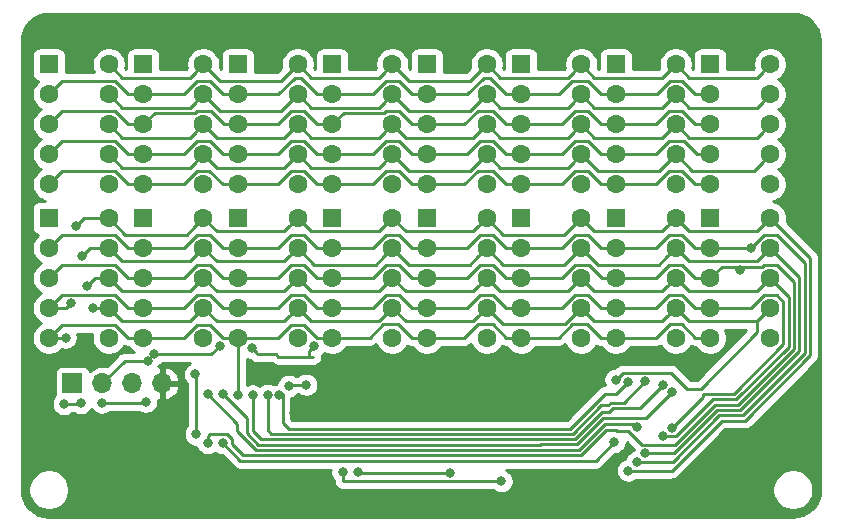
<source format=gbr>
G04 #@! TF.GenerationSoftware,KiCad,Pcbnew,(5.1.0-0)*
G04 #@! TF.CreationDate,2020-06-30T09:10:09+01:00*
G04 #@! TF.ProjectId,Display,44697370-6c61-4792-9e6b-696361645f70,rev?*
G04 #@! TF.SameCoordinates,Original*
G04 #@! TF.FileFunction,Copper,L2,Bot*
G04 #@! TF.FilePolarity,Positive*
%FSLAX46Y46*%
G04 Gerber Fmt 4.6, Leading zero omitted, Abs format (unit mm)*
G04 Created by KiCad (PCBNEW (5.1.0-0)) date 2020-06-30 09:10:09*
%MOMM*%
%LPD*%
G04 APERTURE LIST*
%ADD10C,1.600000*%
%ADD11R,1.600000X1.600000*%
%ADD12R,1.700000X1.700000*%
%ADD13O,1.700000X1.700000*%
%ADD14C,0.800000*%
%ADD15C,0.250000*%
%ADD16C,0.254000*%
G04 APERTURE END LIST*
D10*
X187080000Y-75000000D03*
X187080000Y-77540000D03*
X187080000Y-80080000D03*
X187080000Y-82620000D03*
X187080000Y-85160000D03*
X182000000Y-85160000D03*
X182000000Y-82620000D03*
X182000000Y-80080000D03*
X182000000Y-77540000D03*
D11*
X182000000Y-75000000D03*
D12*
X176000000Y-89000000D03*
D13*
X178540000Y-89000000D03*
X181080000Y-89000000D03*
X183620000Y-89000000D03*
D11*
X174000000Y-62000000D03*
D10*
X174000000Y-64540000D03*
X174000000Y-67080000D03*
X174000000Y-69620000D03*
X174000000Y-72160000D03*
X179080000Y-72160000D03*
X179080000Y-69620000D03*
X179080000Y-67080000D03*
X179080000Y-64540000D03*
X179080000Y-62000000D03*
X187080000Y-62000000D03*
X187080000Y-64540000D03*
X187080000Y-67080000D03*
X187080000Y-69620000D03*
X187080000Y-72160000D03*
X182000000Y-72160000D03*
X182000000Y-69620000D03*
X182000000Y-67080000D03*
X182000000Y-64540000D03*
D11*
X182000000Y-62000000D03*
X190000000Y-62000000D03*
D10*
X190000000Y-64540000D03*
X190000000Y-67080000D03*
X190000000Y-69620000D03*
X190000000Y-72160000D03*
X195080000Y-72160000D03*
X195080000Y-69620000D03*
X195080000Y-67080000D03*
X195080000Y-64540000D03*
X195080000Y-62000000D03*
X203080000Y-62000000D03*
X203080000Y-64540000D03*
X203080000Y-67080000D03*
X203080000Y-69620000D03*
X203080000Y-72160000D03*
X198000000Y-72160000D03*
X198000000Y-69620000D03*
X198000000Y-67080000D03*
X198000000Y-64540000D03*
D11*
X198000000Y-62000000D03*
X206000000Y-62000000D03*
D10*
X206000000Y-64540000D03*
X206000000Y-67080000D03*
X206000000Y-69620000D03*
X206000000Y-72160000D03*
X211080000Y-72160000D03*
X211080000Y-69620000D03*
X211080000Y-67080000D03*
X211080000Y-64540000D03*
X211080000Y-62000000D03*
X219080000Y-62000000D03*
X219080000Y-64540000D03*
X219080000Y-67080000D03*
X219080000Y-69620000D03*
X219080000Y-72160000D03*
X214000000Y-72160000D03*
X214000000Y-69620000D03*
X214000000Y-67080000D03*
X214000000Y-64540000D03*
D11*
X214000000Y-62000000D03*
X222000000Y-62000000D03*
D10*
X222000000Y-64540000D03*
X222000000Y-67080000D03*
X222000000Y-69620000D03*
X222000000Y-72160000D03*
X227080000Y-72160000D03*
X227080000Y-69620000D03*
X227080000Y-67080000D03*
X227080000Y-64540000D03*
X227080000Y-62000000D03*
X235080000Y-62000000D03*
X235080000Y-64540000D03*
X235080000Y-67080000D03*
X235080000Y-69620000D03*
X235080000Y-72160000D03*
X230000000Y-72160000D03*
X230000000Y-69620000D03*
X230000000Y-67080000D03*
X230000000Y-64540000D03*
D11*
X230000000Y-62000000D03*
X174000000Y-75000000D03*
D10*
X174000000Y-77540000D03*
X174000000Y-80080000D03*
X174000000Y-82620000D03*
X174000000Y-85160000D03*
X179080000Y-85160000D03*
X179080000Y-82620000D03*
X179080000Y-80080000D03*
X179080000Y-77540000D03*
X179080000Y-75000000D03*
D11*
X190000000Y-75000000D03*
D10*
X190000000Y-77540000D03*
X190000000Y-80080000D03*
X190000000Y-82620000D03*
X190000000Y-85160000D03*
X195080000Y-85160000D03*
X195080000Y-82620000D03*
X195080000Y-80080000D03*
X195080000Y-77540000D03*
X195080000Y-75000000D03*
X203080000Y-75000000D03*
X203080000Y-77540000D03*
X203080000Y-80080000D03*
X203080000Y-82620000D03*
X203080000Y-85160000D03*
X198000000Y-85160000D03*
X198000000Y-82620000D03*
X198000000Y-80080000D03*
X198000000Y-77540000D03*
D11*
X198000000Y-75000000D03*
X206000000Y-75000000D03*
D10*
X206000000Y-77540000D03*
X206000000Y-80080000D03*
X206000000Y-82620000D03*
X206000000Y-85160000D03*
X211080000Y-85160000D03*
X211080000Y-82620000D03*
X211080000Y-80080000D03*
X211080000Y-77540000D03*
X211080000Y-75000000D03*
X219080000Y-75000000D03*
X219080000Y-77540000D03*
X219080000Y-80080000D03*
X219080000Y-82620000D03*
X219080000Y-85160000D03*
X214000000Y-85160000D03*
X214000000Y-82620000D03*
X214000000Y-80080000D03*
X214000000Y-77540000D03*
D11*
X214000000Y-75000000D03*
X222000000Y-75000000D03*
D10*
X222000000Y-77540000D03*
X222000000Y-80080000D03*
X222000000Y-82620000D03*
X222000000Y-85160000D03*
X227080000Y-85160000D03*
X227080000Y-82620000D03*
X227080000Y-80080000D03*
X227080000Y-77540000D03*
X227080000Y-75000000D03*
X235080000Y-75000000D03*
X235080000Y-77540000D03*
X235080000Y-80080000D03*
X235080000Y-82620000D03*
X235080000Y-85160000D03*
X230000000Y-85160000D03*
X230000000Y-82620000D03*
X230000000Y-80080000D03*
X230000000Y-77540000D03*
D11*
X230000000Y-75000000D03*
D14*
X178499000Y-90630000D03*
X182220000Y-90560000D03*
X183610000Y-94350000D03*
X185330000Y-89800000D03*
X185330000Y-91800000D03*
X194790000Y-91490000D03*
X197300000Y-91320000D03*
X221060000Y-96610000D03*
X212210000Y-88400000D03*
X206180000Y-87740000D03*
X182810000Y-59810000D03*
X179630000Y-59560000D03*
X187650000Y-59860000D03*
X196170000Y-60000000D03*
X201030000Y-61370000D03*
X209000000Y-61800000D03*
X175275000Y-90750000D03*
X176725000Y-90660000D03*
X182360000Y-87099999D03*
X196460000Y-85860000D03*
X191180000Y-85994998D03*
X188486616Y-85837394D03*
X182899999Y-86560000D03*
X187440000Y-89920000D03*
X223798487Y-95665000D03*
X223775000Y-92700031D03*
X233414998Y-77540000D03*
X187450000Y-94050000D03*
X232545011Y-79390001D03*
X188710000Y-89940000D03*
X226791519Y-92757535D03*
X226754913Y-89764137D03*
X175850001Y-82220000D03*
X190000000Y-90000000D03*
X175430000Y-85140000D03*
X188710000Y-94040000D03*
X221890000Y-93960000D03*
X222000000Y-88710000D03*
X177730000Y-82620000D03*
X191250000Y-90030000D03*
X225989032Y-93490000D03*
X225990000Y-89120000D03*
X177229999Y-80769999D03*
X192530000Y-89970000D03*
X224517719Y-94940000D03*
X224520000Y-88810000D03*
X176779989Y-78229999D03*
X223050000Y-88880000D03*
X223060000Y-96390000D03*
X176329979Y-75689999D03*
X193528200Y-90030001D03*
X212330000Y-97280020D03*
X198875000Y-96507500D03*
X207960000Y-96555020D03*
X200145000Y-96507500D03*
X186455001Y-93314999D03*
X186390000Y-88250000D03*
X195790000Y-89120000D03*
X194340000Y-89220000D03*
D15*
X182150000Y-90630000D02*
X182220000Y-90560000D01*
X178499000Y-90630000D02*
X182150000Y-90630000D01*
X183620000Y-94340000D02*
X183610000Y-94350000D01*
X183620000Y-89000000D02*
X183620000Y-94340000D01*
X185330000Y-89800000D02*
X185330000Y-91800000D01*
X197130000Y-91490000D02*
X197300000Y-91320000D01*
X194790000Y-91490000D02*
X197130000Y-91490000D01*
X176635000Y-90750000D02*
X176725000Y-90660000D01*
X175275000Y-90750000D02*
X176635000Y-90750000D01*
X193435660Y-86771338D02*
X193224322Y-86560000D01*
X193224322Y-86560000D02*
X191650000Y-86560000D01*
X180440001Y-87099999D02*
X178540000Y-89000000D01*
X182360000Y-87099999D02*
X180440001Y-87099999D01*
X196060001Y-86259999D02*
X196060001Y-86682675D01*
X196460000Y-85860000D02*
X196060001Y-86259999D01*
X195971338Y-86771338D02*
X193435660Y-86771338D01*
X196060001Y-86682675D02*
X195971338Y-86771338D01*
X196403494Y-86771338D02*
X195971338Y-86771338D01*
X191650000Y-86464998D02*
X191180000Y-85994998D01*
X191650000Y-86560000D02*
X191650000Y-86464998D01*
X187764010Y-86560000D02*
X182899999Y-86560000D01*
X188486616Y-85837394D02*
X187764010Y-86560000D01*
X180868630Y-64540000D02*
X182000000Y-64540000D01*
X179620001Y-63414999D02*
X180745002Y-64540000D01*
X180745002Y-64540000D02*
X180868630Y-64540000D01*
X175125001Y-63414999D02*
X179620001Y-63414999D01*
X174000000Y-64540000D02*
X175125001Y-63414999D01*
X188868630Y-64540000D02*
X190000000Y-64540000D01*
X187620001Y-63414999D02*
X188745002Y-64540000D01*
X186539999Y-63414999D02*
X187620001Y-63414999D01*
X188745002Y-64540000D02*
X188868630Y-64540000D01*
X185414998Y-64540000D02*
X186539999Y-63414999D01*
X182000000Y-64540000D02*
X185414998Y-64540000D01*
X194829997Y-63125001D02*
X195330003Y-63125001D01*
X196868630Y-64540000D02*
X198000000Y-64540000D01*
X193414998Y-64540000D02*
X194829997Y-63125001D01*
X196745002Y-64540000D02*
X196868630Y-64540000D01*
X195330003Y-63125001D02*
X196745002Y-64540000D01*
X190000000Y-64540000D02*
X193414998Y-64540000D01*
X204868630Y-64540000D02*
X206000000Y-64540000D01*
X204745002Y-64540000D02*
X204868630Y-64540000D01*
X203620001Y-63414999D02*
X204745002Y-64540000D01*
X202539999Y-63414999D02*
X203620001Y-63414999D01*
X201414998Y-64540000D02*
X202539999Y-63414999D01*
X198000000Y-64540000D02*
X201414998Y-64540000D01*
X212868630Y-64540000D02*
X214000000Y-64540000D01*
X212745002Y-64540000D02*
X212868630Y-64540000D01*
X211330003Y-63125001D02*
X212745002Y-64540000D01*
X210829997Y-63125001D02*
X211330003Y-63125001D01*
X209414998Y-64540000D02*
X210829997Y-63125001D01*
X206000000Y-64540000D02*
X209414998Y-64540000D01*
X220868630Y-64540000D02*
X222000000Y-64540000D01*
X219620001Y-63414999D02*
X220745002Y-64540000D01*
X218301411Y-63414999D02*
X219620001Y-63414999D01*
X220745002Y-64540000D02*
X220868630Y-64540000D01*
X217176410Y-64540000D02*
X218301411Y-63414999D01*
X214000000Y-64540000D02*
X217176410Y-64540000D01*
X228745002Y-64540000D02*
X228868630Y-64540000D01*
X228868630Y-64540000D02*
X230000000Y-64540000D01*
X227620001Y-63414999D02*
X228745002Y-64540000D01*
X225460000Y-64540000D02*
X226585001Y-63414999D01*
X226585001Y-63414999D02*
X227620001Y-63414999D01*
X222000000Y-64540000D02*
X225460000Y-64540000D01*
X179620001Y-76414999D02*
X180745002Y-77540000D01*
X180745002Y-77540000D02*
X180868630Y-77540000D01*
X175125001Y-76414999D02*
X179620001Y-76414999D01*
X180868630Y-77540000D02*
X182000000Y-77540000D01*
X174000000Y-77540000D02*
X175125001Y-76414999D01*
X188868630Y-77540000D02*
X190000000Y-77540000D01*
X188745002Y-77540000D02*
X188868630Y-77540000D01*
X187620001Y-76414999D02*
X188745002Y-77540000D01*
X186539999Y-76414999D02*
X187620001Y-76414999D01*
X185414998Y-77540000D02*
X186539999Y-76414999D01*
X182000000Y-77540000D02*
X185414998Y-77540000D01*
X196745002Y-77540000D02*
X196868630Y-77540000D01*
X196868630Y-77540000D02*
X198000000Y-77540000D01*
X195620001Y-76414999D02*
X196745002Y-77540000D01*
X194539999Y-76414999D02*
X195620001Y-76414999D01*
X193414998Y-77540000D02*
X194539999Y-76414999D01*
X190000000Y-77540000D02*
X193414998Y-77540000D01*
X204868630Y-77540000D02*
X206000000Y-77540000D01*
X204745002Y-77540000D02*
X204868630Y-77540000D01*
X203620001Y-76414999D02*
X204745002Y-77540000D01*
X201414998Y-77540000D02*
X202539999Y-76414999D01*
X202539999Y-76414999D02*
X203620001Y-76414999D01*
X198000000Y-77540000D02*
X201414998Y-77540000D01*
X212745002Y-77540000D02*
X212868630Y-77540000D01*
X212868630Y-77540000D02*
X214000000Y-77540000D01*
X211620001Y-76414999D02*
X212745002Y-77540000D01*
X210539999Y-76414999D02*
X211620001Y-76414999D01*
X209414998Y-77540000D02*
X210539999Y-76414999D01*
X206000000Y-77540000D02*
X209414998Y-77540000D01*
X220868630Y-77540000D02*
X222000000Y-77540000D01*
X220745002Y-77540000D02*
X220868630Y-77540000D01*
X219620001Y-76414999D02*
X220745002Y-77540000D01*
X218539999Y-76414999D02*
X219620001Y-76414999D01*
X217414998Y-77540000D02*
X218539999Y-76414999D01*
X214000000Y-77540000D02*
X217414998Y-77540000D01*
X228868630Y-77540000D02*
X230000000Y-77540000D01*
X228745002Y-77540000D02*
X228868630Y-77540000D01*
X227620001Y-76414999D02*
X228745002Y-77540000D01*
X226539999Y-76414999D02*
X227620001Y-76414999D01*
X225414998Y-77540000D02*
X226539999Y-76414999D01*
X222000000Y-77540000D02*
X225414998Y-77540000D01*
X238005037Y-78800035D02*
X238005037Y-86445605D01*
X235620001Y-76414999D02*
X238005037Y-78800035D01*
X238005037Y-86445605D02*
X232750582Y-91700060D01*
X234539999Y-76414999D02*
X235620001Y-76414999D01*
X233414998Y-77540000D02*
X234539999Y-76414999D01*
X230000000Y-77540000D02*
X233414998Y-77540000D01*
X232750582Y-91700060D02*
X230783529Y-91700061D01*
X226818590Y-95665000D02*
X223798487Y-95665000D01*
X230783529Y-91700061D02*
X226818590Y-95665000D01*
X223500010Y-92425041D02*
X223775000Y-92700031D01*
X221108549Y-92425041D02*
X222235041Y-92425041D01*
X218883610Y-94649980D02*
X221108549Y-92425041D01*
X189945041Y-93055041D02*
X191539980Y-94649980D01*
X191539980Y-94649980D02*
X218883610Y-94649980D01*
X189945041Y-92425041D02*
X189945041Y-93055041D01*
X187440000Y-89920000D02*
X189945041Y-92425041D01*
X222235041Y-92425041D02*
X223500010Y-92425041D01*
X221560000Y-92425041D02*
X222235041Y-92425041D01*
X180868630Y-67080000D02*
X182000000Y-67080000D01*
X180745002Y-67080000D02*
X180868630Y-67080000D01*
X179620001Y-65954999D02*
X180745002Y-67080000D01*
X175125001Y-65954999D02*
X179620001Y-65954999D01*
X174000000Y-67080000D02*
X175125001Y-65954999D01*
X186539999Y-65954999D02*
X187743629Y-65954999D01*
X186379987Y-66115011D02*
X186539999Y-65954999D01*
X188868630Y-67080000D02*
X190000000Y-67080000D01*
X182964989Y-66115011D02*
X186379987Y-66115011D01*
X187743629Y-65954999D02*
X188868630Y-67080000D01*
X182000000Y-67080000D02*
X182964989Y-66115011D01*
X195620001Y-65954999D02*
X196745002Y-67080000D01*
X194539999Y-65954999D02*
X195620001Y-65954999D01*
X196868630Y-67080000D02*
X198000000Y-67080000D01*
X196745002Y-67080000D02*
X196868630Y-67080000D01*
X193414998Y-67080000D02*
X194539999Y-65954999D01*
X190000000Y-67080000D02*
X193414998Y-67080000D01*
X204868630Y-67080000D02*
X206000000Y-67080000D01*
X203620001Y-65954999D02*
X204745002Y-67080000D01*
X202379987Y-66115011D02*
X202539999Y-65954999D01*
X202539999Y-65954999D02*
X203620001Y-65954999D01*
X198964989Y-66115011D02*
X202379987Y-66115011D01*
X204745002Y-67080000D02*
X204868630Y-67080000D01*
X198000000Y-67080000D02*
X198964989Y-66115011D01*
X212868630Y-67080000D02*
X214000000Y-67080000D01*
X212745002Y-67080000D02*
X212868630Y-67080000D01*
X210301411Y-65954999D02*
X211620001Y-65954999D01*
X211620001Y-65954999D02*
X212745002Y-67080000D01*
X209176410Y-67080000D02*
X210301411Y-65954999D01*
X206000000Y-67080000D02*
X209176410Y-67080000D01*
X220745002Y-67080000D02*
X220868630Y-67080000D01*
X219620001Y-65954999D02*
X220745002Y-67080000D01*
X218539999Y-65954999D02*
X219620001Y-65954999D01*
X217414998Y-67080000D02*
X218539999Y-65954999D01*
X220868630Y-67080000D02*
X222000000Y-67080000D01*
X214000000Y-67080000D02*
X217414998Y-67080000D01*
X228868630Y-67080000D02*
X230000000Y-67080000D01*
X228745002Y-67080000D02*
X228868630Y-67080000D01*
X227620001Y-65954999D02*
X228745002Y-67080000D01*
X226539999Y-65954999D02*
X227620001Y-65954999D01*
X225414998Y-67080000D02*
X226539999Y-65954999D01*
X222000000Y-67080000D02*
X225414998Y-67080000D01*
X180868630Y-80080000D02*
X182000000Y-80080000D01*
X180745002Y-80080000D02*
X180868630Y-80080000D01*
X179620001Y-78954999D02*
X180745002Y-80080000D01*
X175125001Y-78954999D02*
X179620001Y-78954999D01*
X174000000Y-80080000D02*
X175125001Y-78954999D01*
X188868630Y-80080000D02*
X190000000Y-80080000D01*
X188745002Y-80080000D02*
X188868630Y-80080000D01*
X187620001Y-78954999D02*
X188745002Y-80080000D01*
X186539999Y-78954999D02*
X187620001Y-78954999D01*
X185414998Y-80080000D02*
X186539999Y-78954999D01*
X182000000Y-80080000D02*
X185414998Y-80080000D01*
X196868630Y-80080000D02*
X198000000Y-80080000D01*
X196745002Y-80080000D02*
X196868630Y-80080000D01*
X195620001Y-78954999D02*
X196745002Y-80080000D01*
X193414998Y-80080000D02*
X194539999Y-78954999D01*
X194539999Y-78954999D02*
X195620001Y-78954999D01*
X190000000Y-80080000D02*
X193414998Y-80080000D01*
X204868630Y-80080000D02*
X206000000Y-80080000D01*
X204745002Y-80080000D02*
X204868630Y-80080000D01*
X203620001Y-78954999D02*
X204745002Y-80080000D01*
X202539999Y-78954999D02*
X203620001Y-78954999D01*
X201414998Y-80080000D02*
X202539999Y-78954999D01*
X198000000Y-80080000D02*
X201414998Y-80080000D01*
X212868630Y-80080000D02*
X214000000Y-80080000D01*
X212745002Y-80080000D02*
X212868630Y-80080000D01*
X211620001Y-78954999D02*
X212745002Y-80080000D01*
X210539999Y-78954999D02*
X211620001Y-78954999D01*
X209414998Y-80080000D02*
X210539999Y-78954999D01*
X206000000Y-80080000D02*
X209414998Y-80080000D01*
X220868630Y-80080000D02*
X222000000Y-80080000D01*
X218539999Y-78954999D02*
X219743629Y-78954999D01*
X219743629Y-78954999D02*
X220868630Y-80080000D01*
X217414998Y-80080000D02*
X218539999Y-78954999D01*
X214000000Y-80080000D02*
X217414998Y-80080000D01*
X228868630Y-80080000D02*
X230000000Y-80080000D01*
X228745002Y-80080000D02*
X228868630Y-80080000D01*
X226539999Y-78954999D02*
X227620001Y-78954999D01*
X225414998Y-80080000D02*
X226539999Y-78954999D01*
X227620001Y-78954999D02*
X228745002Y-80080000D01*
X222000000Y-80080000D02*
X225414998Y-80080000D01*
X234539999Y-78954999D02*
X235620001Y-78954999D01*
X237105019Y-80440017D02*
X237105019Y-86072803D01*
X235620001Y-78954999D02*
X237105019Y-80440017D01*
X237105019Y-86072803D02*
X232377782Y-90800040D01*
X234379987Y-79115011D02*
X234539999Y-78954999D01*
X230000000Y-80080000D02*
X230964989Y-79115011D01*
X230410730Y-90800040D02*
X230410727Y-90800043D01*
X232377782Y-90800040D02*
X230410730Y-90800040D01*
X226995770Y-94215000D02*
X224216967Y-94215000D01*
X224216967Y-94215000D02*
X223020000Y-93018033D01*
X230410730Y-90800040D02*
X226995770Y-94215000D01*
X232545011Y-79115011D02*
X232545011Y-79390001D01*
X230964989Y-79115011D02*
X232545011Y-79115011D01*
X232545011Y-79115011D02*
X234379987Y-79115011D01*
X189480000Y-94173590D02*
X190406400Y-95099990D01*
X189058001Y-93314999D02*
X189480000Y-93736998D01*
X222060000Y-92990000D02*
X222088033Y-93018033D01*
X219070010Y-95099990D02*
X221180000Y-92990000D01*
X189480000Y-93736998D02*
X189480000Y-94173590D01*
X187450000Y-94050000D02*
X187450000Y-93484315D01*
X221180000Y-92990000D02*
X222060000Y-92990000D01*
X223020000Y-93018033D02*
X222851967Y-93018033D01*
X222851967Y-93018033D02*
X222288033Y-93018033D01*
X222088033Y-93018033D02*
X222851967Y-93018033D01*
X190406400Y-95099990D02*
X219070010Y-95099990D01*
X187619316Y-93314999D02*
X189058001Y-93314999D01*
X187619316Y-93314999D02*
X187450000Y-93484315D01*
X180745002Y-69620000D02*
X180868630Y-69620000D01*
X179620001Y-68494999D02*
X180745002Y-69620000D01*
X180868630Y-69620000D02*
X182000000Y-69620000D01*
X175125001Y-68494999D02*
X179620001Y-68494999D01*
X174000000Y-69620000D02*
X175125001Y-68494999D01*
X188868630Y-69620000D02*
X190000000Y-69620000D01*
X187620001Y-68494999D02*
X188745002Y-69620000D01*
X188745002Y-69620000D02*
X188868630Y-69620000D01*
X186539999Y-68494999D02*
X187620001Y-68494999D01*
X185414998Y-69620000D02*
X186539999Y-68494999D01*
X182000000Y-69620000D02*
X185414998Y-69620000D01*
X196868630Y-69620000D02*
X198000000Y-69620000D01*
X196745002Y-69620000D02*
X196868630Y-69620000D01*
X195620001Y-68494999D02*
X196745002Y-69620000D01*
X194539999Y-68494999D02*
X195620001Y-68494999D01*
X193414998Y-69620000D02*
X194539999Y-68494999D01*
X190000000Y-69620000D02*
X193414998Y-69620000D01*
X204745002Y-69620000D02*
X204868630Y-69620000D01*
X204868630Y-69620000D02*
X206000000Y-69620000D01*
X203620001Y-68494999D02*
X204745002Y-69620000D01*
X202539999Y-68494999D02*
X203620001Y-68494999D01*
X201414998Y-69620000D02*
X202539999Y-68494999D01*
X198000000Y-69620000D02*
X201414998Y-69620000D01*
X212868630Y-69620000D02*
X214000000Y-69620000D01*
X211620001Y-68494999D02*
X212745002Y-69620000D01*
X212745002Y-69620000D02*
X212868630Y-69620000D01*
X210539999Y-68494999D02*
X211620001Y-68494999D01*
X209414998Y-69620000D02*
X210539999Y-68494999D01*
X206000000Y-69620000D02*
X209414998Y-69620000D01*
X219620001Y-68494999D02*
X220745002Y-69620000D01*
X218539999Y-68494999D02*
X219620001Y-68494999D01*
X220868630Y-69620000D02*
X222000000Y-69620000D01*
X220745002Y-69620000D02*
X220868630Y-69620000D01*
X217414998Y-69620000D02*
X218539999Y-68494999D01*
X214000000Y-69620000D02*
X217414998Y-69620000D01*
X226539999Y-68494999D02*
X227743629Y-68494999D01*
X228868630Y-69620000D02*
X230000000Y-69620000D01*
X225414998Y-69620000D02*
X226539999Y-68494999D01*
X227743629Y-68494999D02*
X228868630Y-69620000D01*
X222000000Y-69620000D02*
X225414998Y-69620000D01*
X180868630Y-82620000D02*
X182000000Y-82620000D01*
X180745002Y-82620000D02*
X180868630Y-82620000D01*
X179620001Y-81494999D02*
X180745002Y-82620000D01*
X175125001Y-81494999D02*
X179620001Y-81494999D01*
X174000000Y-82620000D02*
X175125001Y-81494999D01*
X188868630Y-82620000D02*
X190000000Y-82620000D01*
X188745002Y-82620000D02*
X188868630Y-82620000D01*
X187620001Y-81494999D02*
X188745002Y-82620000D01*
X186539999Y-81494999D02*
X187620001Y-81494999D01*
X185414998Y-82620000D02*
X186539999Y-81494999D01*
X182000000Y-82620000D02*
X185414998Y-82620000D01*
X196868630Y-82620000D02*
X198000000Y-82620000D01*
X196745002Y-82620000D02*
X196868630Y-82620000D01*
X195620001Y-81494999D02*
X196745002Y-82620000D01*
X194539999Y-81494999D02*
X195620001Y-81494999D01*
X193414998Y-82620000D02*
X194539999Y-81494999D01*
X190000000Y-82620000D02*
X193414998Y-82620000D01*
X204868630Y-82620000D02*
X206000000Y-82620000D01*
X204745002Y-82620000D02*
X204868630Y-82620000D01*
X203620001Y-81494999D02*
X204745002Y-82620000D01*
X202539999Y-81494999D02*
X203620001Y-81494999D01*
X201414998Y-82620000D02*
X202539999Y-81494999D01*
X198000000Y-82620000D02*
X201414998Y-82620000D01*
X212745002Y-82620000D02*
X212868630Y-82620000D01*
X211620001Y-81494999D02*
X212745002Y-82620000D01*
X210539999Y-81494999D02*
X211620001Y-81494999D01*
X212868630Y-82620000D02*
X214000000Y-82620000D01*
X209414998Y-82620000D02*
X210539999Y-81494999D01*
X206000000Y-82620000D02*
X209414998Y-82620000D01*
X220745002Y-82620000D02*
X220868630Y-82620000D01*
X219620001Y-81494999D02*
X220745002Y-82620000D01*
X220868630Y-82620000D02*
X222000000Y-82620000D01*
X218539999Y-81494999D02*
X219620001Y-81494999D01*
X217414998Y-82620000D02*
X218539999Y-81494999D01*
X214000000Y-82620000D02*
X217414998Y-82620000D01*
X228868630Y-82620000D02*
X230000000Y-82620000D01*
X228745002Y-82620000D02*
X228868630Y-82620000D01*
X227620001Y-81494999D02*
X228745002Y-82620000D01*
X226539999Y-81494999D02*
X227620001Y-81494999D01*
X225414998Y-82620000D02*
X226539999Y-81494999D01*
X222000000Y-82620000D02*
X225414998Y-82620000D01*
X233414998Y-82620000D02*
X234539999Y-81494999D01*
X232004982Y-89900020D02*
X229372800Y-89900020D01*
X235620001Y-81494999D02*
X236205001Y-82079999D01*
X236205001Y-82079999D02*
X236205001Y-85700001D01*
X234539999Y-81494999D02*
X235620001Y-81494999D01*
X230000000Y-82620000D02*
X233414998Y-82620000D01*
X236205001Y-85700001D02*
X232004982Y-89900020D01*
X229372800Y-90176254D02*
X226791519Y-92757535D01*
X229372800Y-89900020D02*
X229372800Y-90176254D01*
X224544019Y-91975031D02*
X226754913Y-89764137D01*
X175450001Y-82620000D02*
X175850001Y-82220000D01*
X174000000Y-82620000D02*
X175450001Y-82620000D01*
X218717180Y-94180000D02*
X220922149Y-91975031D01*
X220922149Y-91975031D02*
X221754969Y-91975031D01*
X215640000Y-94180000D02*
X218717180Y-94180000D01*
X215620030Y-94199970D02*
X215640000Y-94180000D01*
X190745031Y-91975031D02*
X190745031Y-93215031D01*
X190745031Y-93215031D02*
X191729970Y-94199970D01*
X221640000Y-91975031D02*
X221754969Y-91975031D01*
X188710000Y-89940000D02*
X190745031Y-91975031D01*
X191729970Y-94199970D02*
X215620030Y-94199970D01*
X221754969Y-91975031D02*
X224544019Y-91975031D01*
X179620001Y-84034999D02*
X180745002Y-85160000D01*
X180868630Y-85160000D02*
X182000000Y-85160000D01*
X180745002Y-85160000D02*
X180868630Y-85160000D01*
X175125001Y-84034999D02*
X179620001Y-84034999D01*
X174000000Y-85160000D02*
X175125001Y-84034999D01*
X188868630Y-85160000D02*
X190000000Y-85160000D01*
X188745002Y-85160000D02*
X188868630Y-85160000D01*
X187620001Y-84034999D02*
X188745002Y-85160000D01*
X186539999Y-84034999D02*
X187620001Y-84034999D01*
X185414998Y-85160000D02*
X186539999Y-84034999D01*
X182000000Y-85160000D02*
X185414998Y-85160000D01*
X196745002Y-85160000D02*
X196868630Y-85160000D01*
X195620001Y-84034999D02*
X196745002Y-85160000D01*
X194539999Y-84034999D02*
X195620001Y-84034999D01*
X196868630Y-85160000D02*
X198000000Y-85160000D01*
X193414998Y-85160000D02*
X194539999Y-84034999D01*
X190000000Y-85160000D02*
X193414998Y-85160000D01*
X204868630Y-85160000D02*
X206000000Y-85160000D01*
X204745002Y-85160000D02*
X204868630Y-85160000D01*
X203585002Y-84000000D02*
X204745002Y-85160000D01*
X202336410Y-84000000D02*
X203585002Y-84000000D01*
X201176410Y-85160000D02*
X202336410Y-84000000D01*
X198000000Y-85160000D02*
X201176410Y-85160000D01*
X212868630Y-85160000D02*
X214000000Y-85160000D01*
X212745002Y-85160000D02*
X212868630Y-85160000D01*
X210336410Y-84000000D02*
X211585002Y-84000000D01*
X211585002Y-84000000D02*
X212745002Y-85160000D01*
X209176410Y-85160000D02*
X210336410Y-84000000D01*
X206000000Y-85160000D02*
X209176410Y-85160000D01*
X220745002Y-85160000D02*
X220868630Y-85160000D01*
X219585002Y-84000000D02*
X220745002Y-85160000D01*
X218336410Y-84000000D02*
X219585002Y-84000000D01*
X217176410Y-85160000D02*
X218336410Y-84000000D01*
X220868630Y-85160000D02*
X222000000Y-85160000D01*
X214000000Y-85160000D02*
X217176410Y-85160000D01*
X228868630Y-85160000D02*
X230000000Y-85160000D01*
X228745002Y-85160000D02*
X228868630Y-85160000D01*
X227585002Y-84000000D02*
X228745002Y-85160000D01*
X226574998Y-84000000D02*
X227585002Y-84000000D01*
X225414998Y-85160000D02*
X226574998Y-84000000D01*
X222000000Y-85160000D02*
X225414998Y-85160000D01*
X180868630Y-72160000D02*
X182000000Y-72160000D01*
X180745002Y-72160000D02*
X180868630Y-72160000D01*
X179620001Y-71034999D02*
X180745002Y-72160000D01*
X175125001Y-71034999D02*
X179620001Y-71034999D01*
X174000000Y-72160000D02*
X175125001Y-71034999D01*
X188868630Y-72160000D02*
X190000000Y-72160000D01*
X187585002Y-71000000D02*
X188745002Y-72160000D01*
X188745002Y-72160000D02*
X188868630Y-72160000D01*
X186574998Y-71000000D02*
X187585002Y-71000000D01*
X185414998Y-72160000D02*
X186574998Y-71000000D01*
X182000000Y-72160000D02*
X185414998Y-72160000D01*
X196868630Y-72160000D02*
X198000000Y-72160000D01*
X195620001Y-71034999D02*
X196745002Y-72160000D01*
X194539999Y-71034999D02*
X195620001Y-71034999D01*
X193414998Y-72160000D02*
X194539999Y-71034999D01*
X196745002Y-72160000D02*
X196868630Y-72160000D01*
X190000000Y-72160000D02*
X193414998Y-72160000D01*
X204868630Y-72160000D02*
X206000000Y-72160000D01*
X204745002Y-72160000D02*
X204868630Y-72160000D01*
X203620001Y-71034999D02*
X204745002Y-72160000D01*
X202539999Y-71034999D02*
X203620001Y-71034999D01*
X201414998Y-72160000D02*
X202539999Y-71034999D01*
X198000000Y-72160000D02*
X201414998Y-72160000D01*
X212868630Y-72160000D02*
X214000000Y-72160000D01*
X212745002Y-72160000D02*
X212868630Y-72160000D01*
X210301411Y-71034999D02*
X211620001Y-71034999D01*
X209176410Y-72160000D02*
X210301411Y-71034999D01*
X211620001Y-71034999D02*
X212745002Y-72160000D01*
X206000000Y-72160000D02*
X209176410Y-72160000D01*
X220868630Y-72160000D02*
X222000000Y-72160000D01*
X220745002Y-72160000D02*
X220868630Y-72160000D01*
X219620001Y-71034999D02*
X220745002Y-72160000D01*
X218539999Y-71034999D02*
X219620001Y-71034999D01*
X217414998Y-72160000D02*
X218539999Y-71034999D01*
X214000000Y-72160000D02*
X217414998Y-72160000D01*
X228745002Y-72160000D02*
X228868630Y-72160000D01*
X227620001Y-71034999D02*
X228745002Y-72160000D01*
X228868630Y-72160000D02*
X230000000Y-72160000D01*
X226539999Y-71034999D02*
X227620001Y-71034999D01*
X225414998Y-72160000D02*
X226539999Y-71034999D01*
X222000000Y-72160000D02*
X225414998Y-72160000D01*
X190000000Y-85160000D02*
X190000000Y-90000000D01*
X175410000Y-85160000D02*
X175430000Y-85140000D01*
X174000000Y-85160000D02*
X175410000Y-85160000D01*
X185954999Y-70745001D02*
X186280001Y-70419999D01*
X180205001Y-70745001D02*
X185954999Y-70745001D01*
X186280001Y-70419999D02*
X187080000Y-69620000D01*
X179080000Y-69620000D02*
X180205001Y-70745001D01*
X193954999Y-70745001D02*
X194280001Y-70419999D01*
X194280001Y-70419999D02*
X195080000Y-69620000D01*
X188205001Y-70745001D02*
X193954999Y-70745001D01*
X187080000Y-69620000D02*
X188205001Y-70745001D01*
X201954999Y-70745001D02*
X202280001Y-70419999D01*
X202280001Y-70419999D02*
X203080000Y-69620000D01*
X196205001Y-70745001D02*
X201954999Y-70745001D01*
X195080000Y-69620000D02*
X196205001Y-70745001D01*
X210280001Y-70419999D02*
X211080000Y-69620000D01*
X209700000Y-71000000D02*
X210280001Y-70419999D01*
X204460000Y-71000000D02*
X209700000Y-71000000D01*
X203080000Y-69620000D02*
X204460000Y-71000000D01*
X218280001Y-70419999D02*
X219080000Y-69620000D01*
X217954999Y-70745001D02*
X218280001Y-70419999D01*
X212205001Y-70745001D02*
X217954999Y-70745001D01*
X211080000Y-69620000D02*
X212205001Y-70745001D01*
X225700000Y-71000000D02*
X226280001Y-70419999D01*
X226280001Y-70419999D02*
X227080000Y-69620000D01*
X220460000Y-71000000D02*
X225700000Y-71000000D01*
X219080000Y-69620000D02*
X220460000Y-71000000D01*
X234280001Y-70419999D02*
X235080000Y-69620000D01*
X228460000Y-71000000D02*
X233700000Y-71000000D01*
X233700000Y-71000000D02*
X234280001Y-70419999D01*
X227080000Y-69620000D02*
X228460000Y-71000000D01*
X186280001Y-83419999D02*
X187080000Y-82620000D01*
X185954999Y-83745001D02*
X186280001Y-83419999D01*
X180205001Y-83745001D02*
X185954999Y-83745001D01*
X179080000Y-82620000D02*
X180205001Y-83745001D01*
X194280001Y-83419999D02*
X195080000Y-82620000D01*
X188205001Y-83745001D02*
X193954999Y-83745001D01*
X193954999Y-83745001D02*
X194280001Y-83419999D01*
X187080000Y-82620000D02*
X188205001Y-83745001D01*
X202280001Y-83419999D02*
X203080000Y-82620000D01*
X201954999Y-83745001D02*
X202280001Y-83419999D01*
X196205001Y-83745001D02*
X201954999Y-83745001D01*
X195080000Y-82620000D02*
X196205001Y-83745001D01*
X204205001Y-83745001D02*
X209954999Y-83745001D01*
X210280001Y-83419999D02*
X211080000Y-82620000D01*
X209954999Y-83745001D02*
X210280001Y-83419999D01*
X203080000Y-82620000D02*
X204205001Y-83745001D01*
X217700000Y-84000000D02*
X218280001Y-83419999D01*
X212460000Y-84000000D02*
X217700000Y-84000000D01*
X218280001Y-83419999D02*
X219080000Y-82620000D01*
X211080000Y-82620000D02*
X212460000Y-84000000D01*
X220205001Y-83745001D02*
X225954999Y-83745001D01*
X226280001Y-83419999D02*
X227080000Y-82620000D01*
X225954999Y-83745001D02*
X226280001Y-83419999D01*
X219080000Y-82620000D02*
X220205001Y-83745001D01*
X234280001Y-83419999D02*
X235080000Y-82620000D01*
X228205001Y-83745001D02*
X233954999Y-83745001D01*
X233954999Y-83745001D02*
X234280001Y-83419999D01*
X227080000Y-82620000D02*
X228205001Y-83745001D01*
X233954999Y-84681411D02*
X229186400Y-89450010D01*
X233954999Y-83745001D02*
X233954999Y-84681411D01*
X235080000Y-82620000D02*
X233954999Y-83745001D01*
X229186400Y-89450010D02*
X228030000Y-89450010D01*
X226664989Y-88084999D02*
X228030000Y-89450010D01*
X222625001Y-88084999D02*
X226664989Y-88084999D01*
X222000000Y-88710000D02*
X222625001Y-88084999D01*
X179080000Y-82620000D02*
X177730000Y-82620000D01*
X190220000Y-95550000D02*
X188710000Y-94040000D01*
X220300000Y-95550000D02*
X190220000Y-95550000D01*
X221890000Y-93960000D02*
X220300000Y-95550000D01*
X186280001Y-67879999D02*
X187080000Y-67080000D01*
X180205001Y-68205001D02*
X185954999Y-68205001D01*
X185954999Y-68205001D02*
X186280001Y-67879999D01*
X179080000Y-67080000D02*
X180205001Y-68205001D01*
X194280001Y-67879999D02*
X195080000Y-67080000D01*
X193954999Y-68205001D02*
X194280001Y-67879999D01*
X188205001Y-68205001D02*
X193954999Y-68205001D01*
X187080000Y-67080000D02*
X188205001Y-68205001D01*
X202280001Y-67879999D02*
X203080000Y-67080000D01*
X201954999Y-68205001D02*
X202280001Y-67879999D01*
X196205001Y-68205001D02*
X201954999Y-68205001D01*
X195080000Y-67080000D02*
X196205001Y-68205001D01*
X209954999Y-68205001D02*
X210280001Y-67879999D01*
X210280001Y-67879999D02*
X211080000Y-67080000D01*
X204205001Y-68205001D02*
X209954999Y-68205001D01*
X203080000Y-67080000D02*
X204205001Y-68205001D01*
X217954999Y-68205001D02*
X218280001Y-67879999D01*
X218280001Y-67879999D02*
X219080000Y-67080000D01*
X212205001Y-68205001D02*
X217954999Y-68205001D01*
X211080000Y-67080000D02*
X212205001Y-68205001D01*
X226280001Y-67879999D02*
X227080000Y-67080000D01*
X225954999Y-68205001D02*
X226280001Y-67879999D01*
X220205001Y-68205001D02*
X225954999Y-68205001D01*
X219080000Y-67080000D02*
X220205001Y-68205001D01*
X234280001Y-67879999D02*
X235080000Y-67080000D01*
X233954999Y-68205001D02*
X234280001Y-67879999D01*
X228205001Y-68205001D02*
X233954999Y-68205001D01*
X227080000Y-67080000D02*
X228205001Y-68205001D01*
X185954999Y-81205001D02*
X186280001Y-80879999D01*
X186280001Y-80879999D02*
X187080000Y-80080000D01*
X180205001Y-81205001D02*
X185954999Y-81205001D01*
X179080000Y-80080000D02*
X180205001Y-81205001D01*
X193954999Y-81205001D02*
X194280001Y-80879999D01*
X188205001Y-81205001D02*
X193954999Y-81205001D01*
X194280001Y-80879999D02*
X195080000Y-80080000D01*
X187080000Y-80080000D02*
X188205001Y-81205001D01*
X202280001Y-80879999D02*
X203080000Y-80080000D01*
X201954999Y-81205001D02*
X202280001Y-80879999D01*
X196205001Y-81205001D02*
X201954999Y-81205001D01*
X195080000Y-80080000D02*
X196205001Y-81205001D01*
X210280001Y-80879999D02*
X211080000Y-80080000D01*
X209954999Y-81205001D02*
X210280001Y-80879999D01*
X204205001Y-81205001D02*
X209954999Y-81205001D01*
X203080000Y-80080000D02*
X204205001Y-81205001D01*
X218280001Y-80879999D02*
X219080000Y-80080000D01*
X217954999Y-81205001D02*
X218280001Y-80879999D01*
X212205001Y-81205001D02*
X217954999Y-81205001D01*
X211080000Y-80080000D02*
X212205001Y-81205001D01*
X225954999Y-81205001D02*
X226280001Y-80879999D01*
X220205001Y-81205001D02*
X225954999Y-81205001D01*
X226280001Y-80879999D02*
X227080000Y-80080000D01*
X219080000Y-80080000D02*
X220205001Y-81205001D01*
X233954999Y-81205001D02*
X234280001Y-80879999D01*
X228205001Y-81205001D02*
X233954999Y-81205001D01*
X234280001Y-80879999D02*
X235080000Y-80080000D01*
X227080000Y-80080000D02*
X228205001Y-81205001D01*
X232191382Y-90350030D02*
X236655010Y-85886402D01*
X236655010Y-81655010D02*
X235080000Y-80080000D01*
X236655010Y-85886402D02*
X236655010Y-81655010D01*
X232191382Y-90350030D02*
X230224329Y-90350031D01*
X230224329Y-90350031D02*
X227242180Y-93332180D01*
X227084360Y-93490000D02*
X225989032Y-93490000D01*
X227242180Y-93332180D02*
X227084360Y-93490000D01*
X177919998Y-80080000D02*
X177229999Y-80769999D01*
X179080000Y-80080000D02*
X177919998Y-80080000D01*
X224034989Y-91075011D02*
X225990000Y-89120000D01*
X221760000Y-91075011D02*
X224034989Y-91075011D01*
X218530780Y-93729990D02*
X220873265Y-91387505D01*
X220873265Y-91387505D02*
X221447505Y-91387505D01*
X215453600Y-93729990D02*
X218530780Y-93729990D01*
X221447505Y-91387505D02*
X221760000Y-91075011D01*
X191989960Y-93749960D02*
X215433630Y-93749960D01*
X191250000Y-93010000D02*
X191989960Y-93749960D01*
X215433630Y-93749960D02*
X215453600Y-93729990D01*
X191250000Y-90030000D02*
X191250000Y-93010000D01*
X185954999Y-65665001D02*
X186280001Y-65339999D01*
X180205001Y-65665001D02*
X185954999Y-65665001D01*
X186280001Y-65339999D02*
X187080000Y-64540000D01*
X179080000Y-64540000D02*
X180205001Y-65665001D01*
X194280001Y-65339999D02*
X195080000Y-64540000D01*
X193665001Y-65954999D02*
X194280001Y-65339999D01*
X188494999Y-65954999D02*
X193665001Y-65954999D01*
X187080000Y-64540000D02*
X188494999Y-65954999D01*
X202280001Y-65339999D02*
X203080000Y-64540000D01*
X201954999Y-65665001D02*
X202280001Y-65339999D01*
X196205001Y-65665001D02*
X201954999Y-65665001D01*
X195080000Y-64540000D02*
X196205001Y-65665001D01*
X210280001Y-65339999D02*
X211080000Y-64540000D01*
X209665001Y-65954999D02*
X210280001Y-65339999D01*
X204494999Y-65954999D02*
X209665001Y-65954999D01*
X203080000Y-64540000D02*
X204494999Y-65954999D01*
X217954999Y-65665001D02*
X218280001Y-65339999D01*
X212205001Y-65665001D02*
X217954999Y-65665001D01*
X218280001Y-65339999D02*
X219080000Y-64540000D01*
X211080000Y-64540000D02*
X212205001Y-65665001D01*
X226280001Y-65339999D02*
X227080000Y-64540000D01*
X220205001Y-65665001D02*
X225954999Y-65665001D01*
X225954999Y-65665001D02*
X226280001Y-65339999D01*
X219080000Y-64540000D02*
X220205001Y-65665001D01*
X233954999Y-65665001D02*
X234280001Y-65339999D01*
X228205001Y-65665001D02*
X233954999Y-65665001D01*
X227080000Y-64540000D02*
X228205001Y-65665001D01*
X234280001Y-65339999D02*
X235080000Y-64540000D01*
X186280001Y-78339999D02*
X187080000Y-77540000D01*
X180205001Y-78665001D02*
X185954999Y-78665001D01*
X185954999Y-78665001D02*
X186280001Y-78339999D01*
X179080000Y-77540000D02*
X180205001Y-78665001D01*
X194280001Y-78339999D02*
X195080000Y-77540000D01*
X193954999Y-78665001D02*
X194280001Y-78339999D01*
X188205001Y-78665001D02*
X193954999Y-78665001D01*
X187080000Y-77540000D02*
X188205001Y-78665001D01*
X202280001Y-78339999D02*
X203080000Y-77540000D01*
X201665001Y-78954999D02*
X202280001Y-78339999D01*
X196494999Y-78954999D02*
X201665001Y-78954999D01*
X195080000Y-77540000D02*
X196494999Y-78954999D01*
X210280001Y-78339999D02*
X211080000Y-77540000D01*
X204494999Y-78954999D02*
X209665001Y-78954999D01*
X209665001Y-78954999D02*
X210280001Y-78339999D01*
X203080000Y-77540000D02*
X204494999Y-78954999D01*
X218280001Y-78339999D02*
X219080000Y-77540000D01*
X217665001Y-78954999D02*
X218280001Y-78339999D01*
X212494999Y-78954999D02*
X217665001Y-78954999D01*
X211080000Y-77540000D02*
X212494999Y-78954999D01*
X226280001Y-78339999D02*
X227080000Y-77540000D01*
X225665001Y-78954999D02*
X226280001Y-78339999D01*
X220494999Y-78954999D02*
X225665001Y-78954999D01*
X219080000Y-77540000D02*
X220494999Y-78954999D01*
X234280001Y-78339999D02*
X235080000Y-77540000D01*
X228205001Y-78665001D02*
X233954999Y-78665001D01*
X227080000Y-77540000D02*
X228205001Y-78665001D01*
X237555028Y-86259204D02*
X232564182Y-91250050D01*
X237555028Y-80015028D02*
X237555028Y-86259204D01*
X235080000Y-77540000D02*
X237555028Y-80015028D01*
X231739948Y-91250052D02*
X230597128Y-91250052D01*
X231739950Y-91250050D02*
X231739948Y-91250052D01*
X232564182Y-91250050D02*
X231739950Y-91250050D01*
X226907180Y-94940000D02*
X224517719Y-94940000D01*
X230597128Y-91250052D02*
X226907180Y-94940000D01*
X177469988Y-77540000D02*
X176779989Y-78229999D01*
X179080000Y-77540000D02*
X177469988Y-77540000D01*
X233954999Y-78665001D02*
X234280001Y-78339999D01*
X222704999Y-90625001D02*
X224520000Y-88810000D01*
X221573600Y-90625001D02*
X222704999Y-90625001D01*
X221348601Y-90850000D02*
X221573600Y-90625001D01*
X218344380Y-93279980D02*
X220774360Y-90850000D01*
X215267200Y-93279980D02*
X218344380Y-93279980D01*
X192840000Y-93299950D02*
X215247230Y-93299950D01*
X220774360Y-90850000D02*
X221348601Y-90850000D01*
X192530000Y-92989950D02*
X192840000Y-93299950D01*
X215247230Y-93299950D02*
X215267200Y-93279980D01*
X192530000Y-89970000D02*
X192530000Y-92989950D01*
X186280001Y-62799999D02*
X187080000Y-62000000D01*
X185954999Y-63125001D02*
X186280001Y-62799999D01*
X180205001Y-63125001D02*
X185954999Y-63125001D01*
X179080000Y-62000000D02*
X180205001Y-63125001D01*
X194280001Y-62799999D02*
X195080000Y-62000000D01*
X193665001Y-63414999D02*
X194280001Y-62799999D01*
X188494999Y-63414999D02*
X193665001Y-63414999D01*
X187080000Y-62000000D02*
X188494999Y-63414999D01*
X201954999Y-63125001D02*
X202280001Y-62799999D01*
X202280001Y-62799999D02*
X203080000Y-62000000D01*
X196205001Y-63125001D02*
X201954999Y-63125001D01*
X195080000Y-62000000D02*
X196205001Y-63125001D01*
X210280001Y-62799999D02*
X211080000Y-62000000D01*
X209665001Y-63414999D02*
X210280001Y-62799999D01*
X204494999Y-63414999D02*
X209665001Y-63414999D01*
X203080000Y-62000000D02*
X204494999Y-63414999D01*
X218280001Y-62799999D02*
X219080000Y-62000000D01*
X217954999Y-63125001D02*
X218280001Y-62799999D01*
X212205001Y-63125001D02*
X217954999Y-63125001D01*
X211080000Y-62000000D02*
X212205001Y-63125001D01*
X226280001Y-62799999D02*
X227080000Y-62000000D01*
X225954999Y-63125001D02*
X226280001Y-62799999D01*
X220205001Y-63125001D02*
X225954999Y-63125001D01*
X219080000Y-62000000D02*
X220205001Y-63125001D01*
X234280001Y-62799999D02*
X235080000Y-62000000D01*
X233954999Y-63125001D02*
X234280001Y-62799999D01*
X228205001Y-63125001D02*
X233954999Y-63125001D01*
X227080000Y-62000000D02*
X228205001Y-63125001D01*
X186280001Y-75799999D02*
X187080000Y-75000000D01*
X180494999Y-76414999D02*
X185665001Y-76414999D01*
X185665001Y-76414999D02*
X186280001Y-75799999D01*
X179080000Y-75000000D02*
X180494999Y-76414999D01*
X194280001Y-75799999D02*
X195080000Y-75000000D01*
X188205001Y-76125001D02*
X193954999Y-76125001D01*
X193954999Y-76125001D02*
X194280001Y-75799999D01*
X187080000Y-75000000D02*
X188205001Y-76125001D01*
X202280001Y-75799999D02*
X203080000Y-75000000D01*
X196205001Y-76125001D02*
X201954999Y-76125001D01*
X201954999Y-76125001D02*
X202280001Y-75799999D01*
X195080000Y-75000000D02*
X196205001Y-76125001D01*
X210280001Y-75799999D02*
X211080000Y-75000000D01*
X209954999Y-76125001D02*
X210280001Y-75799999D01*
X204205001Y-76125001D02*
X209954999Y-76125001D01*
X203080000Y-75000000D02*
X204205001Y-76125001D01*
X217665001Y-76414999D02*
X218280001Y-75799999D01*
X212494999Y-76414999D02*
X217665001Y-76414999D01*
X218280001Y-75799999D02*
X219080000Y-75000000D01*
X211080000Y-75000000D02*
X212494999Y-76414999D01*
X225954999Y-76125001D02*
X226280001Y-75799999D01*
X220205001Y-76125001D02*
X225954999Y-76125001D01*
X226280001Y-75799999D02*
X227080000Y-75000000D01*
X219080000Y-75000000D02*
X220205001Y-76125001D01*
X234280001Y-75799999D02*
X235080000Y-75000000D01*
X233954999Y-76125001D02*
X234280001Y-75799999D01*
X228205001Y-76125001D02*
X233954999Y-76125001D01*
X227080000Y-75000000D02*
X228205001Y-76125001D01*
X238455046Y-86632006D02*
X232936982Y-92150070D01*
X238455046Y-78375046D02*
X238455046Y-86632006D01*
X235080000Y-75000000D02*
X238455046Y-78375046D01*
X223060000Y-96390000D02*
X226730000Y-96390000D01*
X230969930Y-92150070D02*
X232739930Y-92150070D01*
X226730000Y-96390000D02*
X230969930Y-92150070D01*
X232936982Y-92150070D02*
X232739930Y-92150070D01*
X177019978Y-75000000D02*
X176329979Y-75689999D01*
X179080000Y-75000000D02*
X177019978Y-75000000D01*
X221087950Y-89900000D02*
X222030000Y-89900000D01*
X218157980Y-92829970D02*
X221087950Y-89900000D01*
X215060830Y-92849940D02*
X215080800Y-92829970D01*
X215080800Y-92829970D02*
X218157980Y-92829970D01*
X222030000Y-89900000D02*
X223050000Y-88880000D01*
X194320000Y-92849940D02*
X215060830Y-92849940D01*
X193790000Y-92319940D02*
X194320000Y-92849940D01*
X193790000Y-89900000D02*
X193790000Y-92319940D01*
X212330000Y-97280020D02*
X198880020Y-97280020D01*
X198875000Y-97275000D02*
X198875000Y-96507500D01*
X198880020Y-97280020D02*
X198875000Y-97275000D01*
X200192520Y-96555020D02*
X200145000Y-96507500D01*
X207960000Y-96555020D02*
X200192520Y-96555020D01*
X186455001Y-88315001D02*
X186390000Y-88250000D01*
X186455001Y-93314999D02*
X186455001Y-88315001D01*
X194440000Y-89120000D02*
X194340000Y-89220000D01*
X195790000Y-89120000D02*
X194440000Y-89120000D01*
D16*
G36*
X237447063Y-57742168D02*
G01*
X237877097Y-57872003D01*
X238273724Y-58082892D01*
X238621831Y-58366801D01*
X238908169Y-58712923D01*
X239121822Y-59108068D01*
X239254656Y-59537184D01*
X239305001Y-60016186D01*
X239305000Y-97966009D01*
X239257832Y-98447063D01*
X239127997Y-98877097D01*
X238917108Y-99273723D01*
X238633197Y-99621832D01*
X238287074Y-99908170D01*
X237891931Y-100121823D01*
X237462817Y-100254656D01*
X236983824Y-100305000D01*
X174033991Y-100305000D01*
X173552937Y-100257832D01*
X173122903Y-100127997D01*
X172726277Y-99917108D01*
X172378168Y-99633197D01*
X172091830Y-99287074D01*
X171878177Y-98891931D01*
X171745344Y-98462817D01*
X171695000Y-97983824D01*
X171695000Y-97829117D01*
X172265000Y-97829117D01*
X172265000Y-98170883D01*
X172331675Y-98506081D01*
X172462463Y-98821831D01*
X172652337Y-99105998D01*
X172894002Y-99347663D01*
X173178169Y-99537537D01*
X173493919Y-99668325D01*
X173829117Y-99735000D01*
X174170883Y-99735000D01*
X174506081Y-99668325D01*
X174821831Y-99537537D01*
X175105998Y-99347663D01*
X175347663Y-99105998D01*
X175537537Y-98821831D01*
X175668325Y-98506081D01*
X175735000Y-98170883D01*
X175735000Y-97829117D01*
X175668325Y-97493919D01*
X175537537Y-97178169D01*
X175347663Y-96894002D01*
X175105998Y-96652337D01*
X174821831Y-96462463D01*
X174506081Y-96331675D01*
X174170883Y-96265000D01*
X173829117Y-96265000D01*
X173493919Y-96331675D01*
X173178169Y-96462463D01*
X172894002Y-96652337D01*
X172652337Y-96894002D01*
X172462463Y-97178169D01*
X172331675Y-97493919D01*
X172265000Y-97829117D01*
X171695000Y-97829117D01*
X171695000Y-61200000D01*
X172561928Y-61200000D01*
X172561928Y-62800000D01*
X172574188Y-62924482D01*
X172610498Y-63044180D01*
X172669463Y-63154494D01*
X172748815Y-63251185D01*
X172845506Y-63330537D01*
X172955820Y-63389502D01*
X173075518Y-63425812D01*
X173083961Y-63426643D01*
X172885363Y-63625241D01*
X172728320Y-63860273D01*
X172620147Y-64121426D01*
X172565000Y-64398665D01*
X172565000Y-64681335D01*
X172620147Y-64958574D01*
X172728320Y-65219727D01*
X172885363Y-65454759D01*
X173085241Y-65654637D01*
X173317759Y-65810000D01*
X173085241Y-65965363D01*
X172885363Y-66165241D01*
X172728320Y-66400273D01*
X172620147Y-66661426D01*
X172565000Y-66938665D01*
X172565000Y-67221335D01*
X172620147Y-67498574D01*
X172728320Y-67759727D01*
X172885363Y-67994759D01*
X173085241Y-68194637D01*
X173317759Y-68350000D01*
X173085241Y-68505363D01*
X172885363Y-68705241D01*
X172728320Y-68940273D01*
X172620147Y-69201426D01*
X172565000Y-69478665D01*
X172565000Y-69761335D01*
X172620147Y-70038574D01*
X172728320Y-70299727D01*
X172885363Y-70534759D01*
X173085241Y-70734637D01*
X173317759Y-70890000D01*
X173085241Y-71045363D01*
X172885363Y-71245241D01*
X172728320Y-71480273D01*
X172620147Y-71741426D01*
X172565000Y-72018665D01*
X172565000Y-72301335D01*
X172620147Y-72578574D01*
X172728320Y-72839727D01*
X172885363Y-73074759D01*
X173085241Y-73274637D01*
X173320273Y-73431680D01*
X173581426Y-73539853D01*
X173692403Y-73561928D01*
X173200000Y-73561928D01*
X173075518Y-73574188D01*
X172955820Y-73610498D01*
X172845506Y-73669463D01*
X172748815Y-73748815D01*
X172669463Y-73845506D01*
X172610498Y-73955820D01*
X172574188Y-74075518D01*
X172561928Y-74200000D01*
X172561928Y-75800000D01*
X172574188Y-75924482D01*
X172610498Y-76044180D01*
X172669463Y-76154494D01*
X172748815Y-76251185D01*
X172845506Y-76330537D01*
X172955820Y-76389502D01*
X173075518Y-76425812D01*
X173083961Y-76426643D01*
X172885363Y-76625241D01*
X172728320Y-76860273D01*
X172620147Y-77121426D01*
X172565000Y-77398665D01*
X172565000Y-77681335D01*
X172620147Y-77958574D01*
X172728320Y-78219727D01*
X172885363Y-78454759D01*
X173085241Y-78654637D01*
X173317759Y-78810000D01*
X173085241Y-78965363D01*
X172885363Y-79165241D01*
X172728320Y-79400273D01*
X172620147Y-79661426D01*
X172565000Y-79938665D01*
X172565000Y-80221335D01*
X172620147Y-80498574D01*
X172728320Y-80759727D01*
X172885363Y-80994759D01*
X173085241Y-81194637D01*
X173317759Y-81350000D01*
X173085241Y-81505363D01*
X172885363Y-81705241D01*
X172728320Y-81940273D01*
X172620147Y-82201426D01*
X172565000Y-82478665D01*
X172565000Y-82761335D01*
X172620147Y-83038574D01*
X172728320Y-83299727D01*
X172885363Y-83534759D01*
X173085241Y-83734637D01*
X173317759Y-83890000D01*
X173085241Y-84045363D01*
X172885363Y-84245241D01*
X172728320Y-84480273D01*
X172620147Y-84741426D01*
X172565000Y-85018665D01*
X172565000Y-85301335D01*
X172620147Y-85578574D01*
X172728320Y-85839727D01*
X172885363Y-86074759D01*
X173085241Y-86274637D01*
X173320273Y-86431680D01*
X173581426Y-86539853D01*
X173858665Y-86595000D01*
X174141335Y-86595000D01*
X174418574Y-86539853D01*
X174679727Y-86431680D01*
X174914759Y-86274637D01*
X175075824Y-86113572D01*
X175128102Y-86135226D01*
X175328061Y-86175000D01*
X175531939Y-86175000D01*
X175731898Y-86135226D01*
X175920256Y-86057205D01*
X176089774Y-85943937D01*
X176233937Y-85799774D01*
X176347205Y-85630256D01*
X176425226Y-85441898D01*
X176465000Y-85241939D01*
X176465000Y-85038061D01*
X176425226Y-84838102D01*
X176407372Y-84794999D01*
X177689491Y-84794999D01*
X177645000Y-85018665D01*
X177645000Y-85301335D01*
X177700147Y-85578574D01*
X177808320Y-85839727D01*
X177965363Y-86074759D01*
X178165241Y-86274637D01*
X178400273Y-86431680D01*
X178661426Y-86539853D01*
X178938665Y-86595000D01*
X179221335Y-86595000D01*
X179498574Y-86539853D01*
X179759727Y-86431680D01*
X179994759Y-86274637D01*
X180194637Y-86074759D01*
X180351680Y-85839727D01*
X180361246Y-85816633D01*
X180452755Y-85865546D01*
X180596016Y-85909003D01*
X180707669Y-85920000D01*
X180707677Y-85920000D01*
X180745002Y-85923676D01*
X180781979Y-85920034D01*
X180885363Y-86074759D01*
X181085241Y-86274637D01*
X181183062Y-86339999D01*
X180477323Y-86339999D01*
X180440000Y-86336323D01*
X180402677Y-86339999D01*
X180402668Y-86339999D01*
X180291015Y-86350996D01*
X180147754Y-86394453D01*
X180015725Y-86465025D01*
X179900000Y-86559998D01*
X179876202Y-86588996D01*
X178905995Y-87559203D01*
X178831111Y-87536487D01*
X178612950Y-87515000D01*
X178467050Y-87515000D01*
X178248889Y-87536487D01*
X177968966Y-87621401D01*
X177710986Y-87759294D01*
X177484866Y-87944866D01*
X177460393Y-87974687D01*
X177439502Y-87905820D01*
X177380537Y-87795506D01*
X177301185Y-87698815D01*
X177204494Y-87619463D01*
X177094180Y-87560498D01*
X176974482Y-87524188D01*
X176850000Y-87511928D01*
X175150000Y-87511928D01*
X175025518Y-87524188D01*
X174905820Y-87560498D01*
X174795506Y-87619463D01*
X174698815Y-87698815D01*
X174619463Y-87795506D01*
X174560498Y-87905820D01*
X174524188Y-88025518D01*
X174511928Y-88150000D01*
X174511928Y-89850000D01*
X174524188Y-89974482D01*
X174538762Y-90022527D01*
X174471063Y-90090226D01*
X174357795Y-90259744D01*
X174279774Y-90448102D01*
X174240000Y-90648061D01*
X174240000Y-90851939D01*
X174279774Y-91051898D01*
X174357795Y-91240256D01*
X174471063Y-91409774D01*
X174615226Y-91553937D01*
X174784744Y-91667205D01*
X174973102Y-91745226D01*
X175173061Y-91785000D01*
X175376939Y-91785000D01*
X175576898Y-91745226D01*
X175765256Y-91667205D01*
X175934774Y-91553937D01*
X175978711Y-91510000D01*
X176134164Y-91510000D01*
X176234744Y-91577205D01*
X176423102Y-91655226D01*
X176623061Y-91695000D01*
X176826939Y-91695000D01*
X177026898Y-91655226D01*
X177215256Y-91577205D01*
X177384774Y-91463937D01*
X177528937Y-91319774D01*
X177622023Y-91180461D01*
X177695063Y-91289774D01*
X177839226Y-91433937D01*
X178008744Y-91547205D01*
X178197102Y-91625226D01*
X178397061Y-91665000D01*
X178600939Y-91665000D01*
X178800898Y-91625226D01*
X178989256Y-91547205D01*
X179158774Y-91433937D01*
X179202711Y-91390000D01*
X181599232Y-91390000D01*
X181729744Y-91477205D01*
X181918102Y-91555226D01*
X182118061Y-91595000D01*
X182321939Y-91595000D01*
X182521898Y-91555226D01*
X182710256Y-91477205D01*
X182879774Y-91363937D01*
X183023937Y-91219774D01*
X183137205Y-91050256D01*
X183215226Y-90861898D01*
X183255000Y-90661939D01*
X183255000Y-90458061D01*
X183250969Y-90437793D01*
X183263110Y-90441476D01*
X183493000Y-90320155D01*
X183493000Y-89127000D01*
X183747000Y-89127000D01*
X183747000Y-90320155D01*
X183976890Y-90441476D01*
X184124099Y-90396825D01*
X184386920Y-90271641D01*
X184620269Y-90097588D01*
X184815178Y-89881355D01*
X184964157Y-89631252D01*
X185061481Y-89356891D01*
X184940814Y-89127000D01*
X183747000Y-89127000D01*
X183493000Y-89127000D01*
X183473000Y-89127000D01*
X183473000Y-88873000D01*
X183493000Y-88873000D01*
X183493000Y-87679845D01*
X183747000Y-87679845D01*
X183747000Y-88873000D01*
X184940814Y-88873000D01*
X185061481Y-88643109D01*
X184964157Y-88368748D01*
X184815178Y-88118645D01*
X184620269Y-87902412D01*
X184386920Y-87728359D01*
X184124099Y-87603175D01*
X183976890Y-87558524D01*
X183747000Y-87679845D01*
X183493000Y-87679845D01*
X183285462Y-87570320D01*
X183310317Y-87510317D01*
X183390255Y-87477205D01*
X183559773Y-87363937D01*
X183603710Y-87320000D01*
X185930634Y-87320000D01*
X185899744Y-87332795D01*
X185730226Y-87446063D01*
X185586063Y-87590226D01*
X185472795Y-87759744D01*
X185394774Y-87948102D01*
X185355000Y-88148061D01*
X185355000Y-88351939D01*
X185394774Y-88551898D01*
X185472795Y-88740256D01*
X185586063Y-88909774D01*
X185695002Y-89018713D01*
X185695001Y-92611288D01*
X185651064Y-92655225D01*
X185537796Y-92824743D01*
X185459775Y-93013101D01*
X185420001Y-93213060D01*
X185420001Y-93416938D01*
X185459775Y-93616897D01*
X185537796Y-93805255D01*
X185651064Y-93974773D01*
X185795227Y-94118936D01*
X185964745Y-94232204D01*
X186153103Y-94310225D01*
X186353062Y-94349999D01*
X186454396Y-94349999D01*
X186454774Y-94351898D01*
X186532795Y-94540256D01*
X186646063Y-94709774D01*
X186790226Y-94853937D01*
X186959744Y-94967205D01*
X187148102Y-95045226D01*
X187348061Y-95085000D01*
X187551939Y-95085000D01*
X187751898Y-95045226D01*
X187940256Y-94967205D01*
X188087483Y-94868831D01*
X188219744Y-94957205D01*
X188408102Y-95035226D01*
X188608061Y-95075000D01*
X188670198Y-95075000D01*
X189656205Y-96061008D01*
X189679999Y-96090001D01*
X189708992Y-96113795D01*
X189708996Y-96113799D01*
X189759512Y-96155256D01*
X189795724Y-96184974D01*
X189927753Y-96255546D01*
X190071014Y-96299003D01*
X190182667Y-96310000D01*
X190182676Y-96310000D01*
X190219999Y-96313676D01*
X190257322Y-96310000D01*
X197859008Y-96310000D01*
X197840000Y-96405561D01*
X197840000Y-96609439D01*
X197879774Y-96809398D01*
X197957795Y-96997756D01*
X198071063Y-97167274D01*
X198115000Y-97211211D01*
X198115000Y-97237678D01*
X198111324Y-97275000D01*
X198115000Y-97312322D01*
X198115000Y-97312332D01*
X198125997Y-97423985D01*
X198169454Y-97567246D01*
X198240026Y-97699276D01*
X198263959Y-97728438D01*
X198334999Y-97815001D01*
X198337756Y-97817264D01*
X198340019Y-97820021D01*
X198455744Y-97914994D01*
X198587773Y-97985566D01*
X198731034Y-98029023D01*
X198842687Y-98040020D01*
X198842697Y-98040020D01*
X198880019Y-98043696D01*
X198917342Y-98040020D01*
X211626289Y-98040020D01*
X211670226Y-98083957D01*
X211839744Y-98197225D01*
X212028102Y-98275246D01*
X212228061Y-98315020D01*
X212431939Y-98315020D01*
X212631898Y-98275246D01*
X212820256Y-98197225D01*
X212989774Y-98083957D01*
X213133937Y-97939794D01*
X213207888Y-97829117D01*
X235265000Y-97829117D01*
X235265000Y-98170883D01*
X235331675Y-98506081D01*
X235462463Y-98821831D01*
X235652337Y-99105998D01*
X235894002Y-99347663D01*
X236178169Y-99537537D01*
X236493919Y-99668325D01*
X236829117Y-99735000D01*
X237170883Y-99735000D01*
X237506081Y-99668325D01*
X237821831Y-99537537D01*
X238105998Y-99347663D01*
X238347663Y-99105998D01*
X238537537Y-98821831D01*
X238668325Y-98506081D01*
X238735000Y-98170883D01*
X238735000Y-97829117D01*
X238668325Y-97493919D01*
X238537537Y-97178169D01*
X238347663Y-96894002D01*
X238105998Y-96652337D01*
X237821831Y-96462463D01*
X237506081Y-96331675D01*
X237170883Y-96265000D01*
X236829117Y-96265000D01*
X236493919Y-96331675D01*
X236178169Y-96462463D01*
X235894002Y-96652337D01*
X235652337Y-96894002D01*
X235462463Y-97178169D01*
X235331675Y-97493919D01*
X235265000Y-97829117D01*
X213207888Y-97829117D01*
X213247205Y-97770276D01*
X213325226Y-97581918D01*
X213365000Y-97381959D01*
X213365000Y-97178081D01*
X213325226Y-96978122D01*
X213247205Y-96789764D01*
X213133937Y-96620246D01*
X212989774Y-96476083D01*
X212820256Y-96362815D01*
X212692750Y-96310000D01*
X220262678Y-96310000D01*
X220300000Y-96313676D01*
X220337322Y-96310000D01*
X220337333Y-96310000D01*
X220448986Y-96299003D01*
X220592247Y-96255546D01*
X220724276Y-96184974D01*
X220840001Y-96090001D01*
X220863804Y-96060997D01*
X221929802Y-94995000D01*
X221991939Y-94995000D01*
X222191898Y-94955226D01*
X222380256Y-94877205D01*
X222549774Y-94763937D01*
X222693937Y-94619774D01*
X222807205Y-94450256D01*
X222885226Y-94261898D01*
X222925000Y-94061939D01*
X222925000Y-93997834D01*
X223535021Y-94607856D01*
X223522493Y-94638102D01*
X223517001Y-94665714D01*
X223496589Y-94669774D01*
X223308231Y-94747795D01*
X223138713Y-94861063D01*
X222994550Y-95005226D01*
X222881282Y-95174744D01*
X222803261Y-95363102D01*
X222798562Y-95386726D01*
X222758102Y-95394774D01*
X222569744Y-95472795D01*
X222400226Y-95586063D01*
X222256063Y-95730226D01*
X222142795Y-95899744D01*
X222064774Y-96088102D01*
X222025000Y-96288061D01*
X222025000Y-96491939D01*
X222064774Y-96691898D01*
X222142795Y-96880256D01*
X222256063Y-97049774D01*
X222400226Y-97193937D01*
X222569744Y-97307205D01*
X222758102Y-97385226D01*
X222958061Y-97425000D01*
X223161939Y-97425000D01*
X223361898Y-97385226D01*
X223550256Y-97307205D01*
X223719774Y-97193937D01*
X223763711Y-97150000D01*
X226692678Y-97150000D01*
X226730000Y-97153676D01*
X226767322Y-97150000D01*
X226767333Y-97150000D01*
X226878986Y-97139003D01*
X227022247Y-97095546D01*
X227154276Y-97024974D01*
X227270001Y-96930001D01*
X227293804Y-96900997D01*
X231284732Y-92910070D01*
X232899660Y-92910070D01*
X232936982Y-92913746D01*
X232974304Y-92910070D01*
X232974315Y-92910070D01*
X233085968Y-92899073D01*
X233229229Y-92855616D01*
X233361258Y-92785044D01*
X233476983Y-92690071D01*
X233500786Y-92661067D01*
X238966049Y-87195805D01*
X238995047Y-87172007D01*
X239054142Y-87100000D01*
X239090020Y-87056283D01*
X239160592Y-86924253D01*
X239164247Y-86912203D01*
X239204049Y-86780992D01*
X239215046Y-86669339D01*
X239215046Y-86669329D01*
X239218722Y-86632006D01*
X239215046Y-86594683D01*
X239215046Y-78412369D01*
X239218722Y-78375046D01*
X239215046Y-78337723D01*
X239215046Y-78337713D01*
X239204049Y-78226060D01*
X239160592Y-78082799D01*
X239090020Y-77950770D01*
X238995047Y-77835045D01*
X238966050Y-77811248D01*
X236478688Y-75323887D01*
X236515000Y-75141335D01*
X236515000Y-74858665D01*
X236459853Y-74581426D01*
X236351680Y-74320273D01*
X236194637Y-74085241D01*
X235994759Y-73885363D01*
X235759727Y-73728320D01*
X235498574Y-73620147D01*
X235296744Y-73580000D01*
X235498574Y-73539853D01*
X235759727Y-73431680D01*
X235994759Y-73274637D01*
X236194637Y-73074759D01*
X236351680Y-72839727D01*
X236459853Y-72578574D01*
X236515000Y-72301335D01*
X236515000Y-72018665D01*
X236459853Y-71741426D01*
X236351680Y-71480273D01*
X236194637Y-71245241D01*
X235994759Y-71045363D01*
X235762241Y-70890000D01*
X235994759Y-70734637D01*
X236194637Y-70534759D01*
X236351680Y-70299727D01*
X236459853Y-70038574D01*
X236515000Y-69761335D01*
X236515000Y-69478665D01*
X236459853Y-69201426D01*
X236351680Y-68940273D01*
X236194637Y-68705241D01*
X235994759Y-68505363D01*
X235762241Y-68350000D01*
X235994759Y-68194637D01*
X236194637Y-67994759D01*
X236351680Y-67759727D01*
X236459853Y-67498574D01*
X236515000Y-67221335D01*
X236515000Y-66938665D01*
X236459853Y-66661426D01*
X236351680Y-66400273D01*
X236194637Y-66165241D01*
X235994759Y-65965363D01*
X235762241Y-65810000D01*
X235994759Y-65654637D01*
X236194637Y-65454759D01*
X236351680Y-65219727D01*
X236459853Y-64958574D01*
X236515000Y-64681335D01*
X236515000Y-64398665D01*
X236459853Y-64121426D01*
X236351680Y-63860273D01*
X236194637Y-63625241D01*
X235994759Y-63425363D01*
X235762241Y-63270000D01*
X235994759Y-63114637D01*
X236194637Y-62914759D01*
X236351680Y-62679727D01*
X236459853Y-62418574D01*
X236515000Y-62141335D01*
X236515000Y-61858665D01*
X236459853Y-61581426D01*
X236351680Y-61320273D01*
X236194637Y-61085241D01*
X235994759Y-60885363D01*
X235759727Y-60728320D01*
X235498574Y-60620147D01*
X235221335Y-60565000D01*
X234938665Y-60565000D01*
X234661426Y-60620147D01*
X234400273Y-60728320D01*
X234165241Y-60885363D01*
X233965363Y-61085241D01*
X233808320Y-61320273D01*
X233700147Y-61581426D01*
X233645000Y-61858665D01*
X233645000Y-62141335D01*
X233681312Y-62323887D01*
X233640198Y-62365001D01*
X231438072Y-62365001D01*
X231438072Y-61200000D01*
X231425812Y-61075518D01*
X231389502Y-60955820D01*
X231330537Y-60845506D01*
X231251185Y-60748815D01*
X231154494Y-60669463D01*
X231044180Y-60610498D01*
X230924482Y-60574188D01*
X230800000Y-60561928D01*
X229200000Y-60561928D01*
X229075518Y-60574188D01*
X228955820Y-60610498D01*
X228845506Y-60669463D01*
X228748815Y-60748815D01*
X228669463Y-60845506D01*
X228610498Y-60955820D01*
X228574188Y-61075518D01*
X228561928Y-61200000D01*
X228561928Y-62365001D01*
X228519803Y-62365001D01*
X228478688Y-62323886D01*
X228515000Y-62141335D01*
X228515000Y-61858665D01*
X228459853Y-61581426D01*
X228351680Y-61320273D01*
X228194637Y-61085241D01*
X227994759Y-60885363D01*
X227759727Y-60728320D01*
X227498574Y-60620147D01*
X227221335Y-60565000D01*
X226938665Y-60565000D01*
X226661426Y-60620147D01*
X226400273Y-60728320D01*
X226165241Y-60885363D01*
X225965363Y-61085241D01*
X225808320Y-61320273D01*
X225700147Y-61581426D01*
X225645000Y-61858665D01*
X225645000Y-62141335D01*
X225681312Y-62323887D01*
X225640198Y-62365001D01*
X223438072Y-62365001D01*
X223438072Y-61200000D01*
X223425812Y-61075518D01*
X223389502Y-60955820D01*
X223330537Y-60845506D01*
X223251185Y-60748815D01*
X223154494Y-60669463D01*
X223044180Y-60610498D01*
X222924482Y-60574188D01*
X222800000Y-60561928D01*
X221200000Y-60561928D01*
X221075518Y-60574188D01*
X220955820Y-60610498D01*
X220845506Y-60669463D01*
X220748815Y-60748815D01*
X220669463Y-60845506D01*
X220610498Y-60955820D01*
X220574188Y-61075518D01*
X220561928Y-61200000D01*
X220561928Y-62365001D01*
X220519803Y-62365001D01*
X220478688Y-62323886D01*
X220515000Y-62141335D01*
X220515000Y-61858665D01*
X220459853Y-61581426D01*
X220351680Y-61320273D01*
X220194637Y-61085241D01*
X219994759Y-60885363D01*
X219759727Y-60728320D01*
X219498574Y-60620147D01*
X219221335Y-60565000D01*
X218938665Y-60565000D01*
X218661426Y-60620147D01*
X218400273Y-60728320D01*
X218165241Y-60885363D01*
X217965363Y-61085241D01*
X217808320Y-61320273D01*
X217700147Y-61581426D01*
X217645000Y-61858665D01*
X217645000Y-62141335D01*
X217681312Y-62323887D01*
X217640198Y-62365001D01*
X215438072Y-62365001D01*
X215438072Y-61200000D01*
X215425812Y-61075518D01*
X215389502Y-60955820D01*
X215330537Y-60845506D01*
X215251185Y-60748815D01*
X215154494Y-60669463D01*
X215044180Y-60610498D01*
X214924482Y-60574188D01*
X214800000Y-60561928D01*
X213200000Y-60561928D01*
X213075518Y-60574188D01*
X212955820Y-60610498D01*
X212845506Y-60669463D01*
X212748815Y-60748815D01*
X212669463Y-60845506D01*
X212610498Y-60955820D01*
X212574188Y-61075518D01*
X212561928Y-61200000D01*
X212561928Y-62365001D01*
X212519803Y-62365001D01*
X212478688Y-62323886D01*
X212515000Y-62141335D01*
X212515000Y-61858665D01*
X212459853Y-61581426D01*
X212351680Y-61320273D01*
X212194637Y-61085241D01*
X211994759Y-60885363D01*
X211759727Y-60728320D01*
X211498574Y-60620147D01*
X211221335Y-60565000D01*
X210938665Y-60565000D01*
X210661426Y-60620147D01*
X210400273Y-60728320D01*
X210165241Y-60885363D01*
X209965363Y-61085241D01*
X209808320Y-61320273D01*
X209700147Y-61581426D01*
X209645000Y-61858665D01*
X209645000Y-62141335D01*
X209681312Y-62323886D01*
X209350200Y-62654999D01*
X207438072Y-62654999D01*
X207438072Y-61200000D01*
X207425812Y-61075518D01*
X207389502Y-60955820D01*
X207330537Y-60845506D01*
X207251185Y-60748815D01*
X207154494Y-60669463D01*
X207044180Y-60610498D01*
X206924482Y-60574188D01*
X206800000Y-60561928D01*
X205200000Y-60561928D01*
X205075518Y-60574188D01*
X204955820Y-60610498D01*
X204845506Y-60669463D01*
X204748815Y-60748815D01*
X204669463Y-60845506D01*
X204610498Y-60955820D01*
X204574188Y-61075518D01*
X204561928Y-61200000D01*
X204561928Y-62407126D01*
X204478688Y-62323886D01*
X204515000Y-62141335D01*
X204515000Y-61858665D01*
X204459853Y-61581426D01*
X204351680Y-61320273D01*
X204194637Y-61085241D01*
X203994759Y-60885363D01*
X203759727Y-60728320D01*
X203498574Y-60620147D01*
X203221335Y-60565000D01*
X202938665Y-60565000D01*
X202661426Y-60620147D01*
X202400273Y-60728320D01*
X202165241Y-60885363D01*
X201965363Y-61085241D01*
X201808320Y-61320273D01*
X201700147Y-61581426D01*
X201645000Y-61858665D01*
X201645000Y-62141335D01*
X201681312Y-62323887D01*
X201640198Y-62365001D01*
X199438072Y-62365001D01*
X199438072Y-61200000D01*
X199425812Y-61075518D01*
X199389502Y-60955820D01*
X199330537Y-60845506D01*
X199251185Y-60748815D01*
X199154494Y-60669463D01*
X199044180Y-60610498D01*
X198924482Y-60574188D01*
X198800000Y-60561928D01*
X197200000Y-60561928D01*
X197075518Y-60574188D01*
X196955820Y-60610498D01*
X196845506Y-60669463D01*
X196748815Y-60748815D01*
X196669463Y-60845506D01*
X196610498Y-60955820D01*
X196574188Y-61075518D01*
X196561928Y-61200000D01*
X196561928Y-62365001D01*
X196519803Y-62365001D01*
X196478688Y-62323886D01*
X196515000Y-62141335D01*
X196515000Y-61858665D01*
X196459853Y-61581426D01*
X196351680Y-61320273D01*
X196194637Y-61085241D01*
X195994759Y-60885363D01*
X195759727Y-60728320D01*
X195498574Y-60620147D01*
X195221335Y-60565000D01*
X194938665Y-60565000D01*
X194661426Y-60620147D01*
X194400273Y-60728320D01*
X194165241Y-60885363D01*
X193965363Y-61085241D01*
X193808320Y-61320273D01*
X193700147Y-61581426D01*
X193645000Y-61858665D01*
X193645000Y-62141335D01*
X193681312Y-62323886D01*
X193350200Y-62654999D01*
X191438072Y-62654999D01*
X191438072Y-61200000D01*
X191425812Y-61075518D01*
X191389502Y-60955820D01*
X191330537Y-60845506D01*
X191251185Y-60748815D01*
X191154494Y-60669463D01*
X191044180Y-60610498D01*
X190924482Y-60574188D01*
X190800000Y-60561928D01*
X189200000Y-60561928D01*
X189075518Y-60574188D01*
X188955820Y-60610498D01*
X188845506Y-60669463D01*
X188748815Y-60748815D01*
X188669463Y-60845506D01*
X188610498Y-60955820D01*
X188574188Y-61075518D01*
X188561928Y-61200000D01*
X188561928Y-62407126D01*
X188478688Y-62323886D01*
X188515000Y-62141335D01*
X188515000Y-61858665D01*
X188459853Y-61581426D01*
X188351680Y-61320273D01*
X188194637Y-61085241D01*
X187994759Y-60885363D01*
X187759727Y-60728320D01*
X187498574Y-60620147D01*
X187221335Y-60565000D01*
X186938665Y-60565000D01*
X186661426Y-60620147D01*
X186400273Y-60728320D01*
X186165241Y-60885363D01*
X185965363Y-61085241D01*
X185808320Y-61320273D01*
X185700147Y-61581426D01*
X185645000Y-61858665D01*
X185645000Y-62141335D01*
X185681312Y-62323887D01*
X185640198Y-62365001D01*
X183438072Y-62365001D01*
X183438072Y-61200000D01*
X183425812Y-61075518D01*
X183389502Y-60955820D01*
X183330537Y-60845506D01*
X183251185Y-60748815D01*
X183154494Y-60669463D01*
X183044180Y-60610498D01*
X182924482Y-60574188D01*
X182800000Y-60561928D01*
X181200000Y-60561928D01*
X181075518Y-60574188D01*
X180955820Y-60610498D01*
X180845506Y-60669463D01*
X180748815Y-60748815D01*
X180669463Y-60845506D01*
X180610498Y-60955820D01*
X180574188Y-61075518D01*
X180561928Y-61200000D01*
X180561928Y-62365001D01*
X180519803Y-62365001D01*
X180478688Y-62323886D01*
X180515000Y-62141335D01*
X180515000Y-61858665D01*
X180459853Y-61581426D01*
X180351680Y-61320273D01*
X180194637Y-61085241D01*
X179994759Y-60885363D01*
X179759727Y-60728320D01*
X179498574Y-60620147D01*
X179221335Y-60565000D01*
X178938665Y-60565000D01*
X178661426Y-60620147D01*
X178400273Y-60728320D01*
X178165241Y-60885363D01*
X177965363Y-61085241D01*
X177808320Y-61320273D01*
X177700147Y-61581426D01*
X177645000Y-61858665D01*
X177645000Y-62141335D01*
X177700147Y-62418574D01*
X177798077Y-62654999D01*
X175438072Y-62654999D01*
X175438072Y-61200000D01*
X175425812Y-61075518D01*
X175389502Y-60955820D01*
X175330537Y-60845506D01*
X175251185Y-60748815D01*
X175154494Y-60669463D01*
X175044180Y-60610498D01*
X174924482Y-60574188D01*
X174800000Y-60561928D01*
X173200000Y-60561928D01*
X173075518Y-60574188D01*
X172955820Y-60610498D01*
X172845506Y-60669463D01*
X172748815Y-60748815D01*
X172669463Y-60845506D01*
X172610498Y-60955820D01*
X172574188Y-61075518D01*
X172561928Y-61200000D01*
X171695000Y-61200000D01*
X171695000Y-60033992D01*
X171742168Y-59552937D01*
X171872003Y-59122903D01*
X172082892Y-58726276D01*
X172366801Y-58378169D01*
X172712923Y-58091831D01*
X173108068Y-57878178D01*
X173537184Y-57745344D01*
X174016176Y-57695000D01*
X236966008Y-57695000D01*
X237447063Y-57742168D01*
X237447063Y-57742168D01*
G37*
X237447063Y-57742168D02*
X237877097Y-57872003D01*
X238273724Y-58082892D01*
X238621831Y-58366801D01*
X238908169Y-58712923D01*
X239121822Y-59108068D01*
X239254656Y-59537184D01*
X239305001Y-60016186D01*
X239305000Y-97966009D01*
X239257832Y-98447063D01*
X239127997Y-98877097D01*
X238917108Y-99273723D01*
X238633197Y-99621832D01*
X238287074Y-99908170D01*
X237891931Y-100121823D01*
X237462817Y-100254656D01*
X236983824Y-100305000D01*
X174033991Y-100305000D01*
X173552937Y-100257832D01*
X173122903Y-100127997D01*
X172726277Y-99917108D01*
X172378168Y-99633197D01*
X172091830Y-99287074D01*
X171878177Y-98891931D01*
X171745344Y-98462817D01*
X171695000Y-97983824D01*
X171695000Y-97829117D01*
X172265000Y-97829117D01*
X172265000Y-98170883D01*
X172331675Y-98506081D01*
X172462463Y-98821831D01*
X172652337Y-99105998D01*
X172894002Y-99347663D01*
X173178169Y-99537537D01*
X173493919Y-99668325D01*
X173829117Y-99735000D01*
X174170883Y-99735000D01*
X174506081Y-99668325D01*
X174821831Y-99537537D01*
X175105998Y-99347663D01*
X175347663Y-99105998D01*
X175537537Y-98821831D01*
X175668325Y-98506081D01*
X175735000Y-98170883D01*
X175735000Y-97829117D01*
X175668325Y-97493919D01*
X175537537Y-97178169D01*
X175347663Y-96894002D01*
X175105998Y-96652337D01*
X174821831Y-96462463D01*
X174506081Y-96331675D01*
X174170883Y-96265000D01*
X173829117Y-96265000D01*
X173493919Y-96331675D01*
X173178169Y-96462463D01*
X172894002Y-96652337D01*
X172652337Y-96894002D01*
X172462463Y-97178169D01*
X172331675Y-97493919D01*
X172265000Y-97829117D01*
X171695000Y-97829117D01*
X171695000Y-61200000D01*
X172561928Y-61200000D01*
X172561928Y-62800000D01*
X172574188Y-62924482D01*
X172610498Y-63044180D01*
X172669463Y-63154494D01*
X172748815Y-63251185D01*
X172845506Y-63330537D01*
X172955820Y-63389502D01*
X173075518Y-63425812D01*
X173083961Y-63426643D01*
X172885363Y-63625241D01*
X172728320Y-63860273D01*
X172620147Y-64121426D01*
X172565000Y-64398665D01*
X172565000Y-64681335D01*
X172620147Y-64958574D01*
X172728320Y-65219727D01*
X172885363Y-65454759D01*
X173085241Y-65654637D01*
X173317759Y-65810000D01*
X173085241Y-65965363D01*
X172885363Y-66165241D01*
X172728320Y-66400273D01*
X172620147Y-66661426D01*
X172565000Y-66938665D01*
X172565000Y-67221335D01*
X172620147Y-67498574D01*
X172728320Y-67759727D01*
X172885363Y-67994759D01*
X173085241Y-68194637D01*
X173317759Y-68350000D01*
X173085241Y-68505363D01*
X172885363Y-68705241D01*
X172728320Y-68940273D01*
X172620147Y-69201426D01*
X172565000Y-69478665D01*
X172565000Y-69761335D01*
X172620147Y-70038574D01*
X172728320Y-70299727D01*
X172885363Y-70534759D01*
X173085241Y-70734637D01*
X173317759Y-70890000D01*
X173085241Y-71045363D01*
X172885363Y-71245241D01*
X172728320Y-71480273D01*
X172620147Y-71741426D01*
X172565000Y-72018665D01*
X172565000Y-72301335D01*
X172620147Y-72578574D01*
X172728320Y-72839727D01*
X172885363Y-73074759D01*
X173085241Y-73274637D01*
X173320273Y-73431680D01*
X173581426Y-73539853D01*
X173692403Y-73561928D01*
X173200000Y-73561928D01*
X173075518Y-73574188D01*
X172955820Y-73610498D01*
X172845506Y-73669463D01*
X172748815Y-73748815D01*
X172669463Y-73845506D01*
X172610498Y-73955820D01*
X172574188Y-74075518D01*
X172561928Y-74200000D01*
X172561928Y-75800000D01*
X172574188Y-75924482D01*
X172610498Y-76044180D01*
X172669463Y-76154494D01*
X172748815Y-76251185D01*
X172845506Y-76330537D01*
X172955820Y-76389502D01*
X173075518Y-76425812D01*
X173083961Y-76426643D01*
X172885363Y-76625241D01*
X172728320Y-76860273D01*
X172620147Y-77121426D01*
X172565000Y-77398665D01*
X172565000Y-77681335D01*
X172620147Y-77958574D01*
X172728320Y-78219727D01*
X172885363Y-78454759D01*
X173085241Y-78654637D01*
X173317759Y-78810000D01*
X173085241Y-78965363D01*
X172885363Y-79165241D01*
X172728320Y-79400273D01*
X172620147Y-79661426D01*
X172565000Y-79938665D01*
X172565000Y-80221335D01*
X172620147Y-80498574D01*
X172728320Y-80759727D01*
X172885363Y-80994759D01*
X173085241Y-81194637D01*
X173317759Y-81350000D01*
X173085241Y-81505363D01*
X172885363Y-81705241D01*
X172728320Y-81940273D01*
X172620147Y-82201426D01*
X172565000Y-82478665D01*
X172565000Y-82761335D01*
X172620147Y-83038574D01*
X172728320Y-83299727D01*
X172885363Y-83534759D01*
X173085241Y-83734637D01*
X173317759Y-83890000D01*
X173085241Y-84045363D01*
X172885363Y-84245241D01*
X172728320Y-84480273D01*
X172620147Y-84741426D01*
X172565000Y-85018665D01*
X172565000Y-85301335D01*
X172620147Y-85578574D01*
X172728320Y-85839727D01*
X172885363Y-86074759D01*
X173085241Y-86274637D01*
X173320273Y-86431680D01*
X173581426Y-86539853D01*
X173858665Y-86595000D01*
X174141335Y-86595000D01*
X174418574Y-86539853D01*
X174679727Y-86431680D01*
X174914759Y-86274637D01*
X175075824Y-86113572D01*
X175128102Y-86135226D01*
X175328061Y-86175000D01*
X175531939Y-86175000D01*
X175731898Y-86135226D01*
X175920256Y-86057205D01*
X176089774Y-85943937D01*
X176233937Y-85799774D01*
X176347205Y-85630256D01*
X176425226Y-85441898D01*
X176465000Y-85241939D01*
X176465000Y-85038061D01*
X176425226Y-84838102D01*
X176407372Y-84794999D01*
X177689491Y-84794999D01*
X177645000Y-85018665D01*
X177645000Y-85301335D01*
X177700147Y-85578574D01*
X177808320Y-85839727D01*
X177965363Y-86074759D01*
X178165241Y-86274637D01*
X178400273Y-86431680D01*
X178661426Y-86539853D01*
X178938665Y-86595000D01*
X179221335Y-86595000D01*
X179498574Y-86539853D01*
X179759727Y-86431680D01*
X179994759Y-86274637D01*
X180194637Y-86074759D01*
X180351680Y-85839727D01*
X180361246Y-85816633D01*
X180452755Y-85865546D01*
X180596016Y-85909003D01*
X180707669Y-85920000D01*
X180707677Y-85920000D01*
X180745002Y-85923676D01*
X180781979Y-85920034D01*
X180885363Y-86074759D01*
X181085241Y-86274637D01*
X181183062Y-86339999D01*
X180477323Y-86339999D01*
X180440000Y-86336323D01*
X180402677Y-86339999D01*
X180402668Y-86339999D01*
X180291015Y-86350996D01*
X180147754Y-86394453D01*
X180015725Y-86465025D01*
X179900000Y-86559998D01*
X179876202Y-86588996D01*
X178905995Y-87559203D01*
X178831111Y-87536487D01*
X178612950Y-87515000D01*
X178467050Y-87515000D01*
X178248889Y-87536487D01*
X177968966Y-87621401D01*
X177710986Y-87759294D01*
X177484866Y-87944866D01*
X177460393Y-87974687D01*
X177439502Y-87905820D01*
X177380537Y-87795506D01*
X177301185Y-87698815D01*
X177204494Y-87619463D01*
X177094180Y-87560498D01*
X176974482Y-87524188D01*
X176850000Y-87511928D01*
X175150000Y-87511928D01*
X175025518Y-87524188D01*
X174905820Y-87560498D01*
X174795506Y-87619463D01*
X174698815Y-87698815D01*
X174619463Y-87795506D01*
X174560498Y-87905820D01*
X174524188Y-88025518D01*
X174511928Y-88150000D01*
X174511928Y-89850000D01*
X174524188Y-89974482D01*
X174538762Y-90022527D01*
X174471063Y-90090226D01*
X174357795Y-90259744D01*
X174279774Y-90448102D01*
X174240000Y-90648061D01*
X174240000Y-90851939D01*
X174279774Y-91051898D01*
X174357795Y-91240256D01*
X174471063Y-91409774D01*
X174615226Y-91553937D01*
X174784744Y-91667205D01*
X174973102Y-91745226D01*
X175173061Y-91785000D01*
X175376939Y-91785000D01*
X175576898Y-91745226D01*
X175765256Y-91667205D01*
X175934774Y-91553937D01*
X175978711Y-91510000D01*
X176134164Y-91510000D01*
X176234744Y-91577205D01*
X176423102Y-91655226D01*
X176623061Y-91695000D01*
X176826939Y-91695000D01*
X177026898Y-91655226D01*
X177215256Y-91577205D01*
X177384774Y-91463937D01*
X177528937Y-91319774D01*
X177622023Y-91180461D01*
X177695063Y-91289774D01*
X177839226Y-91433937D01*
X178008744Y-91547205D01*
X178197102Y-91625226D01*
X178397061Y-91665000D01*
X178600939Y-91665000D01*
X178800898Y-91625226D01*
X178989256Y-91547205D01*
X179158774Y-91433937D01*
X179202711Y-91390000D01*
X181599232Y-91390000D01*
X181729744Y-91477205D01*
X181918102Y-91555226D01*
X182118061Y-91595000D01*
X182321939Y-91595000D01*
X182521898Y-91555226D01*
X182710256Y-91477205D01*
X182879774Y-91363937D01*
X183023937Y-91219774D01*
X183137205Y-91050256D01*
X183215226Y-90861898D01*
X183255000Y-90661939D01*
X183255000Y-90458061D01*
X183250969Y-90437793D01*
X183263110Y-90441476D01*
X183493000Y-90320155D01*
X183493000Y-89127000D01*
X183747000Y-89127000D01*
X183747000Y-90320155D01*
X183976890Y-90441476D01*
X184124099Y-90396825D01*
X184386920Y-90271641D01*
X184620269Y-90097588D01*
X184815178Y-89881355D01*
X184964157Y-89631252D01*
X185061481Y-89356891D01*
X184940814Y-89127000D01*
X183747000Y-89127000D01*
X183493000Y-89127000D01*
X183473000Y-89127000D01*
X183473000Y-88873000D01*
X183493000Y-88873000D01*
X183493000Y-87679845D01*
X183747000Y-87679845D01*
X183747000Y-88873000D01*
X184940814Y-88873000D01*
X185061481Y-88643109D01*
X184964157Y-88368748D01*
X184815178Y-88118645D01*
X184620269Y-87902412D01*
X184386920Y-87728359D01*
X184124099Y-87603175D01*
X183976890Y-87558524D01*
X183747000Y-87679845D01*
X183493000Y-87679845D01*
X183285462Y-87570320D01*
X183310317Y-87510317D01*
X183390255Y-87477205D01*
X183559773Y-87363937D01*
X183603710Y-87320000D01*
X185930634Y-87320000D01*
X185899744Y-87332795D01*
X185730226Y-87446063D01*
X185586063Y-87590226D01*
X185472795Y-87759744D01*
X185394774Y-87948102D01*
X185355000Y-88148061D01*
X185355000Y-88351939D01*
X185394774Y-88551898D01*
X185472795Y-88740256D01*
X185586063Y-88909774D01*
X185695002Y-89018713D01*
X185695001Y-92611288D01*
X185651064Y-92655225D01*
X185537796Y-92824743D01*
X185459775Y-93013101D01*
X185420001Y-93213060D01*
X185420001Y-93416938D01*
X185459775Y-93616897D01*
X185537796Y-93805255D01*
X185651064Y-93974773D01*
X185795227Y-94118936D01*
X185964745Y-94232204D01*
X186153103Y-94310225D01*
X186353062Y-94349999D01*
X186454396Y-94349999D01*
X186454774Y-94351898D01*
X186532795Y-94540256D01*
X186646063Y-94709774D01*
X186790226Y-94853937D01*
X186959744Y-94967205D01*
X187148102Y-95045226D01*
X187348061Y-95085000D01*
X187551939Y-95085000D01*
X187751898Y-95045226D01*
X187940256Y-94967205D01*
X188087483Y-94868831D01*
X188219744Y-94957205D01*
X188408102Y-95035226D01*
X188608061Y-95075000D01*
X188670198Y-95075000D01*
X189656205Y-96061008D01*
X189679999Y-96090001D01*
X189708992Y-96113795D01*
X189708996Y-96113799D01*
X189759512Y-96155256D01*
X189795724Y-96184974D01*
X189927753Y-96255546D01*
X190071014Y-96299003D01*
X190182667Y-96310000D01*
X190182676Y-96310000D01*
X190219999Y-96313676D01*
X190257322Y-96310000D01*
X197859008Y-96310000D01*
X197840000Y-96405561D01*
X197840000Y-96609439D01*
X197879774Y-96809398D01*
X197957795Y-96997756D01*
X198071063Y-97167274D01*
X198115000Y-97211211D01*
X198115000Y-97237678D01*
X198111324Y-97275000D01*
X198115000Y-97312322D01*
X198115000Y-97312332D01*
X198125997Y-97423985D01*
X198169454Y-97567246D01*
X198240026Y-97699276D01*
X198263959Y-97728438D01*
X198334999Y-97815001D01*
X198337756Y-97817264D01*
X198340019Y-97820021D01*
X198455744Y-97914994D01*
X198587773Y-97985566D01*
X198731034Y-98029023D01*
X198842687Y-98040020D01*
X198842697Y-98040020D01*
X198880019Y-98043696D01*
X198917342Y-98040020D01*
X211626289Y-98040020D01*
X211670226Y-98083957D01*
X211839744Y-98197225D01*
X212028102Y-98275246D01*
X212228061Y-98315020D01*
X212431939Y-98315020D01*
X212631898Y-98275246D01*
X212820256Y-98197225D01*
X212989774Y-98083957D01*
X213133937Y-97939794D01*
X213207888Y-97829117D01*
X235265000Y-97829117D01*
X235265000Y-98170883D01*
X235331675Y-98506081D01*
X235462463Y-98821831D01*
X235652337Y-99105998D01*
X235894002Y-99347663D01*
X236178169Y-99537537D01*
X236493919Y-99668325D01*
X236829117Y-99735000D01*
X237170883Y-99735000D01*
X237506081Y-99668325D01*
X237821831Y-99537537D01*
X238105998Y-99347663D01*
X238347663Y-99105998D01*
X238537537Y-98821831D01*
X238668325Y-98506081D01*
X238735000Y-98170883D01*
X238735000Y-97829117D01*
X238668325Y-97493919D01*
X238537537Y-97178169D01*
X238347663Y-96894002D01*
X238105998Y-96652337D01*
X237821831Y-96462463D01*
X237506081Y-96331675D01*
X237170883Y-96265000D01*
X236829117Y-96265000D01*
X236493919Y-96331675D01*
X236178169Y-96462463D01*
X235894002Y-96652337D01*
X235652337Y-96894002D01*
X235462463Y-97178169D01*
X235331675Y-97493919D01*
X235265000Y-97829117D01*
X213207888Y-97829117D01*
X213247205Y-97770276D01*
X213325226Y-97581918D01*
X213365000Y-97381959D01*
X213365000Y-97178081D01*
X213325226Y-96978122D01*
X213247205Y-96789764D01*
X213133937Y-96620246D01*
X212989774Y-96476083D01*
X212820256Y-96362815D01*
X212692750Y-96310000D01*
X220262678Y-96310000D01*
X220300000Y-96313676D01*
X220337322Y-96310000D01*
X220337333Y-96310000D01*
X220448986Y-96299003D01*
X220592247Y-96255546D01*
X220724276Y-96184974D01*
X220840001Y-96090001D01*
X220863804Y-96060997D01*
X221929802Y-94995000D01*
X221991939Y-94995000D01*
X222191898Y-94955226D01*
X222380256Y-94877205D01*
X222549774Y-94763937D01*
X222693937Y-94619774D01*
X222807205Y-94450256D01*
X222885226Y-94261898D01*
X222925000Y-94061939D01*
X222925000Y-93997834D01*
X223535021Y-94607856D01*
X223522493Y-94638102D01*
X223517001Y-94665714D01*
X223496589Y-94669774D01*
X223308231Y-94747795D01*
X223138713Y-94861063D01*
X222994550Y-95005226D01*
X222881282Y-95174744D01*
X222803261Y-95363102D01*
X222798562Y-95386726D01*
X222758102Y-95394774D01*
X222569744Y-95472795D01*
X222400226Y-95586063D01*
X222256063Y-95730226D01*
X222142795Y-95899744D01*
X222064774Y-96088102D01*
X222025000Y-96288061D01*
X222025000Y-96491939D01*
X222064774Y-96691898D01*
X222142795Y-96880256D01*
X222256063Y-97049774D01*
X222400226Y-97193937D01*
X222569744Y-97307205D01*
X222758102Y-97385226D01*
X222958061Y-97425000D01*
X223161939Y-97425000D01*
X223361898Y-97385226D01*
X223550256Y-97307205D01*
X223719774Y-97193937D01*
X223763711Y-97150000D01*
X226692678Y-97150000D01*
X226730000Y-97153676D01*
X226767322Y-97150000D01*
X226767333Y-97150000D01*
X226878986Y-97139003D01*
X227022247Y-97095546D01*
X227154276Y-97024974D01*
X227270001Y-96930001D01*
X227293804Y-96900997D01*
X231284732Y-92910070D01*
X232899660Y-92910070D01*
X232936982Y-92913746D01*
X232974304Y-92910070D01*
X232974315Y-92910070D01*
X233085968Y-92899073D01*
X233229229Y-92855616D01*
X233361258Y-92785044D01*
X233476983Y-92690071D01*
X233500786Y-92661067D01*
X238966049Y-87195805D01*
X238995047Y-87172007D01*
X239054142Y-87100000D01*
X239090020Y-87056283D01*
X239160592Y-86924253D01*
X239164247Y-86912203D01*
X239204049Y-86780992D01*
X239215046Y-86669339D01*
X239215046Y-86669329D01*
X239218722Y-86632006D01*
X239215046Y-86594683D01*
X239215046Y-78412369D01*
X239218722Y-78375046D01*
X239215046Y-78337723D01*
X239215046Y-78337713D01*
X239204049Y-78226060D01*
X239160592Y-78082799D01*
X239090020Y-77950770D01*
X238995047Y-77835045D01*
X238966050Y-77811248D01*
X236478688Y-75323887D01*
X236515000Y-75141335D01*
X236515000Y-74858665D01*
X236459853Y-74581426D01*
X236351680Y-74320273D01*
X236194637Y-74085241D01*
X235994759Y-73885363D01*
X235759727Y-73728320D01*
X235498574Y-73620147D01*
X235296744Y-73580000D01*
X235498574Y-73539853D01*
X235759727Y-73431680D01*
X235994759Y-73274637D01*
X236194637Y-73074759D01*
X236351680Y-72839727D01*
X236459853Y-72578574D01*
X236515000Y-72301335D01*
X236515000Y-72018665D01*
X236459853Y-71741426D01*
X236351680Y-71480273D01*
X236194637Y-71245241D01*
X235994759Y-71045363D01*
X235762241Y-70890000D01*
X235994759Y-70734637D01*
X236194637Y-70534759D01*
X236351680Y-70299727D01*
X236459853Y-70038574D01*
X236515000Y-69761335D01*
X236515000Y-69478665D01*
X236459853Y-69201426D01*
X236351680Y-68940273D01*
X236194637Y-68705241D01*
X235994759Y-68505363D01*
X235762241Y-68350000D01*
X235994759Y-68194637D01*
X236194637Y-67994759D01*
X236351680Y-67759727D01*
X236459853Y-67498574D01*
X236515000Y-67221335D01*
X236515000Y-66938665D01*
X236459853Y-66661426D01*
X236351680Y-66400273D01*
X236194637Y-66165241D01*
X235994759Y-65965363D01*
X235762241Y-65810000D01*
X235994759Y-65654637D01*
X236194637Y-65454759D01*
X236351680Y-65219727D01*
X236459853Y-64958574D01*
X236515000Y-64681335D01*
X236515000Y-64398665D01*
X236459853Y-64121426D01*
X236351680Y-63860273D01*
X236194637Y-63625241D01*
X235994759Y-63425363D01*
X235762241Y-63270000D01*
X235994759Y-63114637D01*
X236194637Y-62914759D01*
X236351680Y-62679727D01*
X236459853Y-62418574D01*
X236515000Y-62141335D01*
X236515000Y-61858665D01*
X236459853Y-61581426D01*
X236351680Y-61320273D01*
X236194637Y-61085241D01*
X235994759Y-60885363D01*
X235759727Y-60728320D01*
X235498574Y-60620147D01*
X235221335Y-60565000D01*
X234938665Y-60565000D01*
X234661426Y-60620147D01*
X234400273Y-60728320D01*
X234165241Y-60885363D01*
X233965363Y-61085241D01*
X233808320Y-61320273D01*
X233700147Y-61581426D01*
X233645000Y-61858665D01*
X233645000Y-62141335D01*
X233681312Y-62323887D01*
X233640198Y-62365001D01*
X231438072Y-62365001D01*
X231438072Y-61200000D01*
X231425812Y-61075518D01*
X231389502Y-60955820D01*
X231330537Y-60845506D01*
X231251185Y-60748815D01*
X231154494Y-60669463D01*
X231044180Y-60610498D01*
X230924482Y-60574188D01*
X230800000Y-60561928D01*
X229200000Y-60561928D01*
X229075518Y-60574188D01*
X228955820Y-60610498D01*
X228845506Y-60669463D01*
X228748815Y-60748815D01*
X228669463Y-60845506D01*
X228610498Y-60955820D01*
X228574188Y-61075518D01*
X228561928Y-61200000D01*
X228561928Y-62365001D01*
X228519803Y-62365001D01*
X228478688Y-62323886D01*
X228515000Y-62141335D01*
X228515000Y-61858665D01*
X228459853Y-61581426D01*
X228351680Y-61320273D01*
X228194637Y-61085241D01*
X227994759Y-60885363D01*
X227759727Y-60728320D01*
X227498574Y-60620147D01*
X227221335Y-60565000D01*
X226938665Y-60565000D01*
X226661426Y-60620147D01*
X226400273Y-60728320D01*
X226165241Y-60885363D01*
X225965363Y-61085241D01*
X225808320Y-61320273D01*
X225700147Y-61581426D01*
X225645000Y-61858665D01*
X225645000Y-62141335D01*
X225681312Y-62323887D01*
X225640198Y-62365001D01*
X223438072Y-62365001D01*
X223438072Y-61200000D01*
X223425812Y-61075518D01*
X223389502Y-60955820D01*
X223330537Y-60845506D01*
X223251185Y-60748815D01*
X223154494Y-60669463D01*
X223044180Y-60610498D01*
X222924482Y-60574188D01*
X222800000Y-60561928D01*
X221200000Y-60561928D01*
X221075518Y-60574188D01*
X220955820Y-60610498D01*
X220845506Y-60669463D01*
X220748815Y-60748815D01*
X220669463Y-60845506D01*
X220610498Y-60955820D01*
X220574188Y-61075518D01*
X220561928Y-61200000D01*
X220561928Y-62365001D01*
X220519803Y-62365001D01*
X220478688Y-62323886D01*
X220515000Y-62141335D01*
X220515000Y-61858665D01*
X220459853Y-61581426D01*
X220351680Y-61320273D01*
X220194637Y-61085241D01*
X219994759Y-60885363D01*
X219759727Y-60728320D01*
X219498574Y-60620147D01*
X219221335Y-60565000D01*
X218938665Y-60565000D01*
X218661426Y-60620147D01*
X218400273Y-60728320D01*
X218165241Y-60885363D01*
X217965363Y-61085241D01*
X217808320Y-61320273D01*
X217700147Y-61581426D01*
X217645000Y-61858665D01*
X217645000Y-62141335D01*
X217681312Y-62323887D01*
X217640198Y-62365001D01*
X215438072Y-62365001D01*
X215438072Y-61200000D01*
X215425812Y-61075518D01*
X215389502Y-60955820D01*
X215330537Y-60845506D01*
X215251185Y-60748815D01*
X215154494Y-60669463D01*
X215044180Y-60610498D01*
X214924482Y-60574188D01*
X214800000Y-60561928D01*
X213200000Y-60561928D01*
X213075518Y-60574188D01*
X212955820Y-60610498D01*
X212845506Y-60669463D01*
X212748815Y-60748815D01*
X212669463Y-60845506D01*
X212610498Y-60955820D01*
X212574188Y-61075518D01*
X212561928Y-61200000D01*
X212561928Y-62365001D01*
X212519803Y-62365001D01*
X212478688Y-62323886D01*
X212515000Y-62141335D01*
X212515000Y-61858665D01*
X212459853Y-61581426D01*
X212351680Y-61320273D01*
X212194637Y-61085241D01*
X211994759Y-60885363D01*
X211759727Y-60728320D01*
X211498574Y-60620147D01*
X211221335Y-60565000D01*
X210938665Y-60565000D01*
X210661426Y-60620147D01*
X210400273Y-60728320D01*
X210165241Y-60885363D01*
X209965363Y-61085241D01*
X209808320Y-61320273D01*
X209700147Y-61581426D01*
X209645000Y-61858665D01*
X209645000Y-62141335D01*
X209681312Y-62323886D01*
X209350200Y-62654999D01*
X207438072Y-62654999D01*
X207438072Y-61200000D01*
X207425812Y-61075518D01*
X207389502Y-60955820D01*
X207330537Y-60845506D01*
X207251185Y-60748815D01*
X207154494Y-60669463D01*
X207044180Y-60610498D01*
X206924482Y-60574188D01*
X206800000Y-60561928D01*
X205200000Y-60561928D01*
X205075518Y-60574188D01*
X204955820Y-60610498D01*
X204845506Y-60669463D01*
X204748815Y-60748815D01*
X204669463Y-60845506D01*
X204610498Y-60955820D01*
X204574188Y-61075518D01*
X204561928Y-61200000D01*
X204561928Y-62407126D01*
X204478688Y-62323886D01*
X204515000Y-62141335D01*
X204515000Y-61858665D01*
X204459853Y-61581426D01*
X204351680Y-61320273D01*
X204194637Y-61085241D01*
X203994759Y-60885363D01*
X203759727Y-60728320D01*
X203498574Y-60620147D01*
X203221335Y-60565000D01*
X202938665Y-60565000D01*
X202661426Y-60620147D01*
X202400273Y-60728320D01*
X202165241Y-60885363D01*
X201965363Y-61085241D01*
X201808320Y-61320273D01*
X201700147Y-61581426D01*
X201645000Y-61858665D01*
X201645000Y-62141335D01*
X201681312Y-62323887D01*
X201640198Y-62365001D01*
X199438072Y-62365001D01*
X199438072Y-61200000D01*
X199425812Y-61075518D01*
X199389502Y-60955820D01*
X199330537Y-60845506D01*
X199251185Y-60748815D01*
X199154494Y-60669463D01*
X199044180Y-60610498D01*
X198924482Y-60574188D01*
X198800000Y-60561928D01*
X197200000Y-60561928D01*
X197075518Y-60574188D01*
X196955820Y-60610498D01*
X196845506Y-60669463D01*
X196748815Y-60748815D01*
X196669463Y-60845506D01*
X196610498Y-60955820D01*
X196574188Y-61075518D01*
X196561928Y-61200000D01*
X196561928Y-62365001D01*
X196519803Y-62365001D01*
X196478688Y-62323886D01*
X196515000Y-62141335D01*
X196515000Y-61858665D01*
X196459853Y-61581426D01*
X196351680Y-61320273D01*
X196194637Y-61085241D01*
X195994759Y-60885363D01*
X195759727Y-60728320D01*
X195498574Y-60620147D01*
X195221335Y-60565000D01*
X194938665Y-60565000D01*
X194661426Y-60620147D01*
X194400273Y-60728320D01*
X194165241Y-60885363D01*
X193965363Y-61085241D01*
X193808320Y-61320273D01*
X193700147Y-61581426D01*
X193645000Y-61858665D01*
X193645000Y-62141335D01*
X193681312Y-62323886D01*
X193350200Y-62654999D01*
X191438072Y-62654999D01*
X191438072Y-61200000D01*
X191425812Y-61075518D01*
X191389502Y-60955820D01*
X191330537Y-60845506D01*
X191251185Y-60748815D01*
X191154494Y-60669463D01*
X191044180Y-60610498D01*
X190924482Y-60574188D01*
X190800000Y-60561928D01*
X189200000Y-60561928D01*
X189075518Y-60574188D01*
X188955820Y-60610498D01*
X188845506Y-60669463D01*
X188748815Y-60748815D01*
X188669463Y-60845506D01*
X188610498Y-60955820D01*
X188574188Y-61075518D01*
X188561928Y-61200000D01*
X188561928Y-62407126D01*
X188478688Y-62323886D01*
X188515000Y-62141335D01*
X188515000Y-61858665D01*
X188459853Y-61581426D01*
X188351680Y-61320273D01*
X188194637Y-61085241D01*
X187994759Y-60885363D01*
X187759727Y-60728320D01*
X187498574Y-60620147D01*
X187221335Y-60565000D01*
X186938665Y-60565000D01*
X186661426Y-60620147D01*
X186400273Y-60728320D01*
X186165241Y-60885363D01*
X185965363Y-61085241D01*
X185808320Y-61320273D01*
X185700147Y-61581426D01*
X185645000Y-61858665D01*
X185645000Y-62141335D01*
X185681312Y-62323887D01*
X185640198Y-62365001D01*
X183438072Y-62365001D01*
X183438072Y-61200000D01*
X183425812Y-61075518D01*
X183389502Y-60955820D01*
X183330537Y-60845506D01*
X183251185Y-60748815D01*
X183154494Y-60669463D01*
X183044180Y-60610498D01*
X182924482Y-60574188D01*
X182800000Y-60561928D01*
X181200000Y-60561928D01*
X181075518Y-60574188D01*
X180955820Y-60610498D01*
X180845506Y-60669463D01*
X180748815Y-60748815D01*
X180669463Y-60845506D01*
X180610498Y-60955820D01*
X180574188Y-61075518D01*
X180561928Y-61200000D01*
X180561928Y-62365001D01*
X180519803Y-62365001D01*
X180478688Y-62323886D01*
X180515000Y-62141335D01*
X180515000Y-61858665D01*
X180459853Y-61581426D01*
X180351680Y-61320273D01*
X180194637Y-61085241D01*
X179994759Y-60885363D01*
X179759727Y-60728320D01*
X179498574Y-60620147D01*
X179221335Y-60565000D01*
X178938665Y-60565000D01*
X178661426Y-60620147D01*
X178400273Y-60728320D01*
X178165241Y-60885363D01*
X177965363Y-61085241D01*
X177808320Y-61320273D01*
X177700147Y-61581426D01*
X177645000Y-61858665D01*
X177645000Y-62141335D01*
X177700147Y-62418574D01*
X177798077Y-62654999D01*
X175438072Y-62654999D01*
X175438072Y-61200000D01*
X175425812Y-61075518D01*
X175389502Y-60955820D01*
X175330537Y-60845506D01*
X175251185Y-60748815D01*
X175154494Y-60669463D01*
X175044180Y-60610498D01*
X174924482Y-60574188D01*
X174800000Y-60561928D01*
X173200000Y-60561928D01*
X173075518Y-60574188D01*
X172955820Y-60610498D01*
X172845506Y-60669463D01*
X172748815Y-60748815D01*
X172669463Y-60845506D01*
X172610498Y-60955820D01*
X172574188Y-61075518D01*
X172561928Y-61200000D01*
X171695000Y-61200000D01*
X171695000Y-60033992D01*
X171742168Y-59552937D01*
X171872003Y-59122903D01*
X172082892Y-58726276D01*
X172366801Y-58378169D01*
X172712923Y-58091831D01*
X173108068Y-57878178D01*
X173537184Y-57745344D01*
X174016176Y-57695000D01*
X236966008Y-57695000D01*
X237447063Y-57742168D01*
G36*
X228871599Y-88690010D02*
G01*
X228344802Y-88690010D01*
X227228793Y-87574002D01*
X227204990Y-87544998D01*
X227089265Y-87450025D01*
X226957236Y-87379453D01*
X226813975Y-87335996D01*
X226702322Y-87324999D01*
X226702311Y-87324999D01*
X226664989Y-87321323D01*
X226627667Y-87324999D01*
X222662324Y-87324999D01*
X222625001Y-87321323D01*
X222587678Y-87324999D01*
X222587668Y-87324999D01*
X222476015Y-87335996D01*
X222332754Y-87379453D01*
X222200724Y-87450025D01*
X222138614Y-87500998D01*
X222085000Y-87544998D01*
X222061201Y-87573997D01*
X221960198Y-87675000D01*
X221898061Y-87675000D01*
X221698102Y-87714774D01*
X221509744Y-87792795D01*
X221340226Y-87906063D01*
X221196063Y-88050226D01*
X221082795Y-88219744D01*
X221004774Y-88408102D01*
X220965000Y-88608061D01*
X220965000Y-88811939D01*
X221004774Y-89011898D01*
X221057553Y-89139318D01*
X221050626Y-89140000D01*
X221050617Y-89140000D01*
X220938964Y-89150997D01*
X220795703Y-89194454D01*
X220663674Y-89265026D01*
X220547949Y-89359999D01*
X220524151Y-89388997D01*
X217843179Y-92069970D01*
X215118123Y-92069970D01*
X215080800Y-92066294D01*
X215043478Y-92069970D01*
X215043467Y-92069970D01*
X214931814Y-92080967D01*
X214902233Y-92089940D01*
X194634802Y-92089940D01*
X194550000Y-92005139D01*
X194550000Y-90233506D01*
X194641898Y-90215226D01*
X194830256Y-90137205D01*
X194999774Y-90023937D01*
X195115000Y-89908711D01*
X195130226Y-89923937D01*
X195299744Y-90037205D01*
X195488102Y-90115226D01*
X195688061Y-90155000D01*
X195891939Y-90155000D01*
X196091898Y-90115226D01*
X196280256Y-90037205D01*
X196449774Y-89923937D01*
X196593937Y-89779774D01*
X196707205Y-89610256D01*
X196785226Y-89421898D01*
X196825000Y-89221939D01*
X196825000Y-89018061D01*
X196785226Y-88818102D01*
X196707205Y-88629744D01*
X196593937Y-88460226D01*
X196449774Y-88316063D01*
X196280256Y-88202795D01*
X196091898Y-88124774D01*
X195891939Y-88085000D01*
X195688061Y-88085000D01*
X195488102Y-88124774D01*
X195299744Y-88202795D01*
X195130226Y-88316063D01*
X195086289Y-88360000D01*
X194915870Y-88360000D01*
X194830256Y-88302795D01*
X194641898Y-88224774D01*
X194441939Y-88185000D01*
X194238061Y-88185000D01*
X194038102Y-88224774D01*
X193849744Y-88302795D01*
X193680226Y-88416063D01*
X193536063Y-88560226D01*
X193422795Y-88729744D01*
X193344774Y-88918102D01*
X193325491Y-89015045D01*
X193226302Y-89034775D01*
X193082459Y-89094357D01*
X193020256Y-89052795D01*
X192831898Y-88974774D01*
X192631939Y-88935000D01*
X192428061Y-88935000D01*
X192228102Y-88974774D01*
X192039744Y-89052795D01*
X191870226Y-89166063D01*
X191850099Y-89186190D01*
X191740256Y-89112795D01*
X191551898Y-89034774D01*
X191351939Y-88995000D01*
X191148061Y-88995000D01*
X190948102Y-89034774D01*
X190760000Y-89112689D01*
X190760000Y-86941304D01*
X190878102Y-86990224D01*
X191047572Y-87023933D01*
X191080113Y-87063585D01*
X191109999Y-87100001D01*
X191225724Y-87194974D01*
X191357753Y-87265546D01*
X191501014Y-87309003D01*
X191650000Y-87323677D01*
X191687333Y-87320000D01*
X192906212Y-87320000D01*
X193011384Y-87406312D01*
X193143413Y-87476884D01*
X193286674Y-87520341D01*
X193398327Y-87531338D01*
X193398336Y-87531338D01*
X193435659Y-87535014D01*
X193472982Y-87531338D01*
X195934016Y-87531338D01*
X195971338Y-87535014D01*
X196008660Y-87531338D01*
X196440827Y-87531338D01*
X196552480Y-87520341D01*
X196695741Y-87476884D01*
X196827770Y-87406312D01*
X196943495Y-87311339D01*
X197038468Y-87195614D01*
X197109040Y-87063585D01*
X197152497Y-86920324D01*
X197167171Y-86771338D01*
X197153292Y-86630419D01*
X197263937Y-86519774D01*
X197322252Y-86432500D01*
X197581426Y-86539853D01*
X197858665Y-86595000D01*
X198141335Y-86595000D01*
X198418574Y-86539853D01*
X198679727Y-86431680D01*
X198914759Y-86274637D01*
X199114637Y-86074759D01*
X199218043Y-85920000D01*
X201139088Y-85920000D01*
X201176410Y-85923676D01*
X201213732Y-85920000D01*
X201213743Y-85920000D01*
X201325396Y-85909003D01*
X201468657Y-85865546D01*
X201600686Y-85794974D01*
X201716411Y-85700001D01*
X201739028Y-85672442D01*
X201808320Y-85839727D01*
X201965363Y-86074759D01*
X202165241Y-86274637D01*
X202400273Y-86431680D01*
X202661426Y-86539853D01*
X202938665Y-86595000D01*
X203221335Y-86595000D01*
X203498574Y-86539853D01*
X203759727Y-86431680D01*
X203994759Y-86274637D01*
X204194637Y-86074759D01*
X204351680Y-85839727D01*
X204361246Y-85816633D01*
X204452755Y-85865546D01*
X204596016Y-85909003D01*
X204707669Y-85920000D01*
X204707677Y-85920000D01*
X204745002Y-85923676D01*
X204781979Y-85920034D01*
X204885363Y-86074759D01*
X205085241Y-86274637D01*
X205320273Y-86431680D01*
X205581426Y-86539853D01*
X205858665Y-86595000D01*
X206141335Y-86595000D01*
X206418574Y-86539853D01*
X206679727Y-86431680D01*
X206914759Y-86274637D01*
X207114637Y-86074759D01*
X207218043Y-85920000D01*
X209139088Y-85920000D01*
X209176410Y-85923676D01*
X209213732Y-85920000D01*
X209213743Y-85920000D01*
X209325396Y-85909003D01*
X209468657Y-85865546D01*
X209600686Y-85794974D01*
X209716411Y-85700001D01*
X209739028Y-85672442D01*
X209808320Y-85839727D01*
X209965363Y-86074759D01*
X210165241Y-86274637D01*
X210400273Y-86431680D01*
X210661426Y-86539853D01*
X210938665Y-86595000D01*
X211221335Y-86595000D01*
X211498574Y-86539853D01*
X211759727Y-86431680D01*
X211994759Y-86274637D01*
X212194637Y-86074759D01*
X212351680Y-85839727D01*
X212361246Y-85816633D01*
X212452755Y-85865546D01*
X212596016Y-85909003D01*
X212707669Y-85920000D01*
X212707677Y-85920000D01*
X212745002Y-85923676D01*
X212781979Y-85920034D01*
X212885363Y-86074759D01*
X213085241Y-86274637D01*
X213320273Y-86431680D01*
X213581426Y-86539853D01*
X213858665Y-86595000D01*
X214141335Y-86595000D01*
X214418574Y-86539853D01*
X214679727Y-86431680D01*
X214914759Y-86274637D01*
X215114637Y-86074759D01*
X215218043Y-85920000D01*
X217139088Y-85920000D01*
X217176410Y-85923676D01*
X217213732Y-85920000D01*
X217213743Y-85920000D01*
X217325396Y-85909003D01*
X217468657Y-85865546D01*
X217600686Y-85794974D01*
X217716411Y-85700001D01*
X217739028Y-85672442D01*
X217808320Y-85839727D01*
X217965363Y-86074759D01*
X218165241Y-86274637D01*
X218400273Y-86431680D01*
X218661426Y-86539853D01*
X218938665Y-86595000D01*
X219221335Y-86595000D01*
X219498574Y-86539853D01*
X219759727Y-86431680D01*
X219994759Y-86274637D01*
X220194637Y-86074759D01*
X220351680Y-85839727D01*
X220361246Y-85816633D01*
X220452755Y-85865546D01*
X220596016Y-85909003D01*
X220707669Y-85920000D01*
X220707677Y-85920000D01*
X220745002Y-85923676D01*
X220781979Y-85920034D01*
X220885363Y-86074759D01*
X221085241Y-86274637D01*
X221320273Y-86431680D01*
X221581426Y-86539853D01*
X221858665Y-86595000D01*
X222141335Y-86595000D01*
X222418574Y-86539853D01*
X222679727Y-86431680D01*
X222914759Y-86274637D01*
X223114637Y-86074759D01*
X223218043Y-85920000D01*
X225377676Y-85920000D01*
X225414998Y-85923676D01*
X225452320Y-85920000D01*
X225452331Y-85920000D01*
X225563984Y-85909003D01*
X225707245Y-85865546D01*
X225798754Y-85816633D01*
X225808320Y-85839727D01*
X225965363Y-86074759D01*
X226165241Y-86274637D01*
X226400273Y-86431680D01*
X226661426Y-86539853D01*
X226938665Y-86595000D01*
X227221335Y-86595000D01*
X227498574Y-86539853D01*
X227759727Y-86431680D01*
X227994759Y-86274637D01*
X228194637Y-86074759D01*
X228351680Y-85839727D01*
X228361246Y-85816633D01*
X228452755Y-85865546D01*
X228596016Y-85909003D01*
X228707669Y-85920000D01*
X228707677Y-85920000D01*
X228745002Y-85923676D01*
X228781979Y-85920034D01*
X228885363Y-86074759D01*
X229085241Y-86274637D01*
X229320273Y-86431680D01*
X229581426Y-86539853D01*
X229858665Y-86595000D01*
X230141335Y-86595000D01*
X230418574Y-86539853D01*
X230679727Y-86431680D01*
X230914759Y-86274637D01*
X231114637Y-86074759D01*
X231271680Y-85839727D01*
X231379853Y-85578574D01*
X231435000Y-85301335D01*
X231435000Y-85018665D01*
X231379853Y-84741426D01*
X231281923Y-84505001D01*
X233056606Y-84505001D01*
X228871599Y-88690010D01*
X228871599Y-88690010D01*
G37*
X228871599Y-88690010D02*
X228344802Y-88690010D01*
X227228793Y-87574002D01*
X227204990Y-87544998D01*
X227089265Y-87450025D01*
X226957236Y-87379453D01*
X226813975Y-87335996D01*
X226702322Y-87324999D01*
X226702311Y-87324999D01*
X226664989Y-87321323D01*
X226627667Y-87324999D01*
X222662324Y-87324999D01*
X222625001Y-87321323D01*
X222587678Y-87324999D01*
X222587668Y-87324999D01*
X222476015Y-87335996D01*
X222332754Y-87379453D01*
X222200724Y-87450025D01*
X222138614Y-87500998D01*
X222085000Y-87544998D01*
X222061201Y-87573997D01*
X221960198Y-87675000D01*
X221898061Y-87675000D01*
X221698102Y-87714774D01*
X221509744Y-87792795D01*
X221340226Y-87906063D01*
X221196063Y-88050226D01*
X221082795Y-88219744D01*
X221004774Y-88408102D01*
X220965000Y-88608061D01*
X220965000Y-88811939D01*
X221004774Y-89011898D01*
X221057553Y-89139318D01*
X221050626Y-89140000D01*
X221050617Y-89140000D01*
X220938964Y-89150997D01*
X220795703Y-89194454D01*
X220663674Y-89265026D01*
X220547949Y-89359999D01*
X220524151Y-89388997D01*
X217843179Y-92069970D01*
X215118123Y-92069970D01*
X215080800Y-92066294D01*
X215043478Y-92069970D01*
X215043467Y-92069970D01*
X214931814Y-92080967D01*
X214902233Y-92089940D01*
X194634802Y-92089940D01*
X194550000Y-92005139D01*
X194550000Y-90233506D01*
X194641898Y-90215226D01*
X194830256Y-90137205D01*
X194999774Y-90023937D01*
X195115000Y-89908711D01*
X195130226Y-89923937D01*
X195299744Y-90037205D01*
X195488102Y-90115226D01*
X195688061Y-90155000D01*
X195891939Y-90155000D01*
X196091898Y-90115226D01*
X196280256Y-90037205D01*
X196449774Y-89923937D01*
X196593937Y-89779774D01*
X196707205Y-89610256D01*
X196785226Y-89421898D01*
X196825000Y-89221939D01*
X196825000Y-89018061D01*
X196785226Y-88818102D01*
X196707205Y-88629744D01*
X196593937Y-88460226D01*
X196449774Y-88316063D01*
X196280256Y-88202795D01*
X196091898Y-88124774D01*
X195891939Y-88085000D01*
X195688061Y-88085000D01*
X195488102Y-88124774D01*
X195299744Y-88202795D01*
X195130226Y-88316063D01*
X195086289Y-88360000D01*
X194915870Y-88360000D01*
X194830256Y-88302795D01*
X194641898Y-88224774D01*
X194441939Y-88185000D01*
X194238061Y-88185000D01*
X194038102Y-88224774D01*
X193849744Y-88302795D01*
X193680226Y-88416063D01*
X193536063Y-88560226D01*
X193422795Y-88729744D01*
X193344774Y-88918102D01*
X193325491Y-89015045D01*
X193226302Y-89034775D01*
X193082459Y-89094357D01*
X193020256Y-89052795D01*
X192831898Y-88974774D01*
X192631939Y-88935000D01*
X192428061Y-88935000D01*
X192228102Y-88974774D01*
X192039744Y-89052795D01*
X191870226Y-89166063D01*
X191850099Y-89186190D01*
X191740256Y-89112795D01*
X191551898Y-89034774D01*
X191351939Y-88995000D01*
X191148061Y-88995000D01*
X190948102Y-89034774D01*
X190760000Y-89112689D01*
X190760000Y-86941304D01*
X190878102Y-86990224D01*
X191047572Y-87023933D01*
X191080113Y-87063585D01*
X191109999Y-87100001D01*
X191225724Y-87194974D01*
X191357753Y-87265546D01*
X191501014Y-87309003D01*
X191650000Y-87323677D01*
X191687333Y-87320000D01*
X192906212Y-87320000D01*
X193011384Y-87406312D01*
X193143413Y-87476884D01*
X193286674Y-87520341D01*
X193398327Y-87531338D01*
X193398336Y-87531338D01*
X193435659Y-87535014D01*
X193472982Y-87531338D01*
X195934016Y-87531338D01*
X195971338Y-87535014D01*
X196008660Y-87531338D01*
X196440827Y-87531338D01*
X196552480Y-87520341D01*
X196695741Y-87476884D01*
X196827770Y-87406312D01*
X196943495Y-87311339D01*
X197038468Y-87195614D01*
X197109040Y-87063585D01*
X197152497Y-86920324D01*
X197167171Y-86771338D01*
X197153292Y-86630419D01*
X197263937Y-86519774D01*
X197322252Y-86432500D01*
X197581426Y-86539853D01*
X197858665Y-86595000D01*
X198141335Y-86595000D01*
X198418574Y-86539853D01*
X198679727Y-86431680D01*
X198914759Y-86274637D01*
X199114637Y-86074759D01*
X199218043Y-85920000D01*
X201139088Y-85920000D01*
X201176410Y-85923676D01*
X201213732Y-85920000D01*
X201213743Y-85920000D01*
X201325396Y-85909003D01*
X201468657Y-85865546D01*
X201600686Y-85794974D01*
X201716411Y-85700001D01*
X201739028Y-85672442D01*
X201808320Y-85839727D01*
X201965363Y-86074759D01*
X202165241Y-86274637D01*
X202400273Y-86431680D01*
X202661426Y-86539853D01*
X202938665Y-86595000D01*
X203221335Y-86595000D01*
X203498574Y-86539853D01*
X203759727Y-86431680D01*
X203994759Y-86274637D01*
X204194637Y-86074759D01*
X204351680Y-85839727D01*
X204361246Y-85816633D01*
X204452755Y-85865546D01*
X204596016Y-85909003D01*
X204707669Y-85920000D01*
X204707677Y-85920000D01*
X204745002Y-85923676D01*
X204781979Y-85920034D01*
X204885363Y-86074759D01*
X205085241Y-86274637D01*
X205320273Y-86431680D01*
X205581426Y-86539853D01*
X205858665Y-86595000D01*
X206141335Y-86595000D01*
X206418574Y-86539853D01*
X206679727Y-86431680D01*
X206914759Y-86274637D01*
X207114637Y-86074759D01*
X207218043Y-85920000D01*
X209139088Y-85920000D01*
X209176410Y-85923676D01*
X209213732Y-85920000D01*
X209213743Y-85920000D01*
X209325396Y-85909003D01*
X209468657Y-85865546D01*
X209600686Y-85794974D01*
X209716411Y-85700001D01*
X209739028Y-85672442D01*
X209808320Y-85839727D01*
X209965363Y-86074759D01*
X210165241Y-86274637D01*
X210400273Y-86431680D01*
X210661426Y-86539853D01*
X210938665Y-86595000D01*
X211221335Y-86595000D01*
X211498574Y-86539853D01*
X211759727Y-86431680D01*
X211994759Y-86274637D01*
X212194637Y-86074759D01*
X212351680Y-85839727D01*
X212361246Y-85816633D01*
X212452755Y-85865546D01*
X212596016Y-85909003D01*
X212707669Y-85920000D01*
X212707677Y-85920000D01*
X212745002Y-85923676D01*
X212781979Y-85920034D01*
X212885363Y-86074759D01*
X213085241Y-86274637D01*
X213320273Y-86431680D01*
X213581426Y-86539853D01*
X213858665Y-86595000D01*
X214141335Y-86595000D01*
X214418574Y-86539853D01*
X214679727Y-86431680D01*
X214914759Y-86274637D01*
X215114637Y-86074759D01*
X215218043Y-85920000D01*
X217139088Y-85920000D01*
X217176410Y-85923676D01*
X217213732Y-85920000D01*
X217213743Y-85920000D01*
X217325396Y-85909003D01*
X217468657Y-85865546D01*
X217600686Y-85794974D01*
X217716411Y-85700001D01*
X217739028Y-85672442D01*
X217808320Y-85839727D01*
X217965363Y-86074759D01*
X218165241Y-86274637D01*
X218400273Y-86431680D01*
X218661426Y-86539853D01*
X218938665Y-86595000D01*
X219221335Y-86595000D01*
X219498574Y-86539853D01*
X219759727Y-86431680D01*
X219994759Y-86274637D01*
X220194637Y-86074759D01*
X220351680Y-85839727D01*
X220361246Y-85816633D01*
X220452755Y-85865546D01*
X220596016Y-85909003D01*
X220707669Y-85920000D01*
X220707677Y-85920000D01*
X220745002Y-85923676D01*
X220781979Y-85920034D01*
X220885363Y-86074759D01*
X221085241Y-86274637D01*
X221320273Y-86431680D01*
X221581426Y-86539853D01*
X221858665Y-86595000D01*
X222141335Y-86595000D01*
X222418574Y-86539853D01*
X222679727Y-86431680D01*
X222914759Y-86274637D01*
X223114637Y-86074759D01*
X223218043Y-85920000D01*
X225377676Y-85920000D01*
X225414998Y-85923676D01*
X225452320Y-85920000D01*
X225452331Y-85920000D01*
X225563984Y-85909003D01*
X225707245Y-85865546D01*
X225798754Y-85816633D01*
X225808320Y-85839727D01*
X225965363Y-86074759D01*
X226165241Y-86274637D01*
X226400273Y-86431680D01*
X226661426Y-86539853D01*
X226938665Y-86595000D01*
X227221335Y-86595000D01*
X227498574Y-86539853D01*
X227759727Y-86431680D01*
X227994759Y-86274637D01*
X228194637Y-86074759D01*
X228351680Y-85839727D01*
X228361246Y-85816633D01*
X228452755Y-85865546D01*
X228596016Y-85909003D01*
X228707669Y-85920000D01*
X228707677Y-85920000D01*
X228745002Y-85923676D01*
X228781979Y-85920034D01*
X228885363Y-86074759D01*
X229085241Y-86274637D01*
X229320273Y-86431680D01*
X229581426Y-86539853D01*
X229858665Y-86595000D01*
X230141335Y-86595000D01*
X230418574Y-86539853D01*
X230679727Y-86431680D01*
X230914759Y-86274637D01*
X231114637Y-86074759D01*
X231271680Y-85839727D01*
X231379853Y-85578574D01*
X231435000Y-85301335D01*
X231435000Y-85018665D01*
X231379853Y-84741426D01*
X231281923Y-84505001D01*
X233056606Y-84505001D01*
X228871599Y-88690010D01*
M02*

</source>
